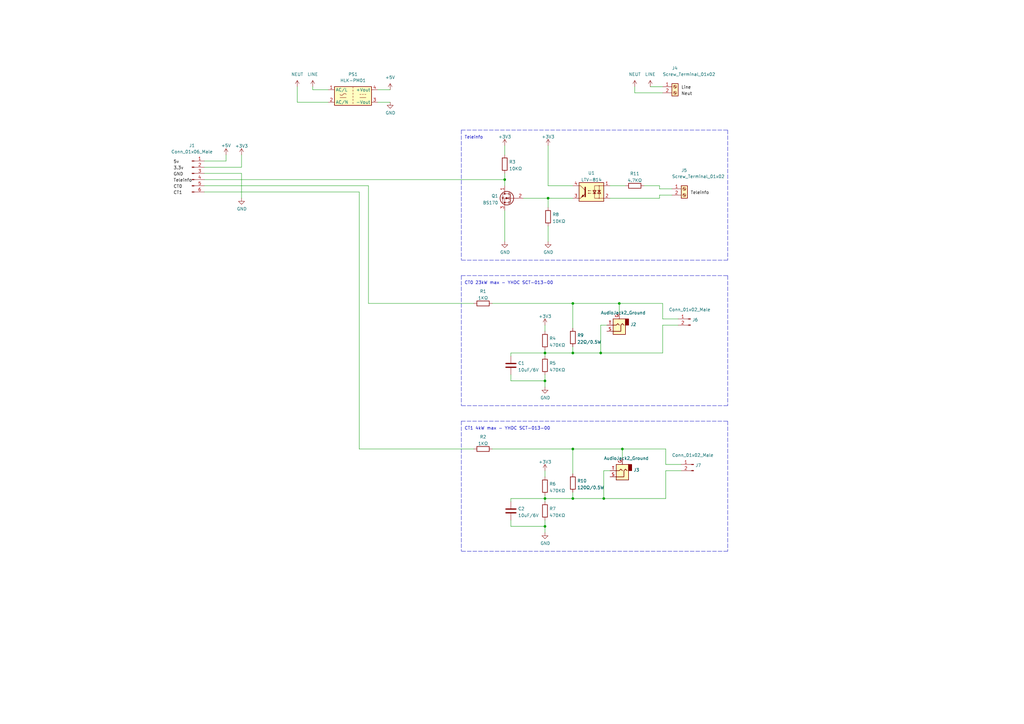
<source format=kicad_sch>
(kicad_sch (version 20211123) (generator eeschema)

  (uuid 9e00edb4-f0f4-46bc-a82d-075ebfd0d3ed)

  (paper "A3")

  (lib_symbols
    (symbol "Connector:AudioJack2_Ground" (in_bom yes) (on_board yes)
      (property "Reference" "J" (id 0) (at 0 8.89 0)
        (effects (font (size 1.27 1.27)))
      )
      (property "Value" "AudioJack2_Ground" (id 1) (at 0 6.35 0)
        (effects (font (size 1.27 1.27)))
      )
      (property "Footprint" "" (id 2) (at 0 0 0)
        (effects (font (size 1.27 1.27)) hide)
      )
      (property "Datasheet" "~" (id 3) (at 0 0 0)
        (effects (font (size 1.27 1.27)) hide)
      )
      (property "ki_keywords" "audio jack receptacle mono phone headphone TS connector" (id 4) (at 0 0 0)
        (effects (font (size 1.27 1.27)) hide)
      )
      (property "ki_description" "Audio Jack, 2 Poles (Mono / TS), Grounded Sleeve" (id 5) (at 0 0 0)
        (effects (font (size 1.27 1.27)) hide)
      )
      (property "ki_fp_filters" "Jack*" (id 6) (at 0 0 0)
        (effects (font (size 1.27 1.27)) hide)
      )
      (symbol "AudioJack2_Ground_0_1"
        (rectangle (start -2.54 -2.54) (end -3.81 0)
          (stroke (width 0.254) (type default) (color 0 0 0 0))
          (fill (type outline))
        )
        (polyline
          (pts
            (xy 0 0)
            (xy 0.635 -0.635)
            (xy 1.27 0)
            (xy 2.54 0)
          )
          (stroke (width 0.254) (type default) (color 0 0 0 0))
          (fill (type none))
        )
        (polyline
          (pts
            (xy 2.54 2.54)
            (xy -0.635 2.54)
            (xy -0.635 0)
            (xy -1.27 -0.635)
            (xy -1.905 0)
          )
          (stroke (width 0.254) (type default) (color 0 0 0 0))
          (fill (type none))
        )
        (rectangle (start 2.54 3.81) (end -2.54 -2.54)
          (stroke (width 0.254) (type default) (color 0 0 0 0))
          (fill (type background))
        )
      )
      (symbol "AudioJack2_Ground_1_1"
        (pin passive line (at 0 -5.08 90) (length 2.54)
          (name "~" (effects (font (size 1.27 1.27))))
          (number "G" (effects (font (size 1.27 1.27))))
        )
        (pin passive line (at 5.08 2.54 180) (length 2.54)
          (name "~" (effects (font (size 1.27 1.27))))
          (number "S" (effects (font (size 1.27 1.27))))
        )
        (pin passive line (at 5.08 0 180) (length 2.54)
          (name "~" (effects (font (size 1.27 1.27))))
          (number "T" (effects (font (size 1.27 1.27))))
        )
      )
    )
    (symbol "Connector:Conn_01x02_Male" (pin_names (offset 1.016) hide) (in_bom yes) (on_board yes)
      (property "Reference" "J" (id 0) (at 0 2.54 0)
        (effects (font (size 1.27 1.27)))
      )
      (property "Value" "Conn_01x02_Male" (id 1) (at 0 -5.08 0)
        (effects (font (size 1.27 1.27)))
      )
      (property "Footprint" "" (id 2) (at 0 0 0)
        (effects (font (size 1.27 1.27)) hide)
      )
      (property "Datasheet" "~" (id 3) (at 0 0 0)
        (effects (font (size 1.27 1.27)) hide)
      )
      (property "ki_keywords" "connector" (id 4) (at 0 0 0)
        (effects (font (size 1.27 1.27)) hide)
      )
      (property "ki_description" "Generic connector, single row, 01x02, script generated (kicad-library-utils/schlib/autogen/connector/)" (id 5) (at 0 0 0)
        (effects (font (size 1.27 1.27)) hide)
      )
      (property "ki_fp_filters" "Connector*:*_1x??_*" (id 6) (at 0 0 0)
        (effects (font (size 1.27 1.27)) hide)
      )
      (symbol "Conn_01x02_Male_1_1"
        (polyline
          (pts
            (xy 1.27 -2.54)
            (xy 0.8636 -2.54)
          )
          (stroke (width 0.1524) (type default) (color 0 0 0 0))
          (fill (type none))
        )
        (polyline
          (pts
            (xy 1.27 0)
            (xy 0.8636 0)
          )
          (stroke (width 0.1524) (type default) (color 0 0 0 0))
          (fill (type none))
        )
        (rectangle (start 0.8636 -2.413) (end 0 -2.667)
          (stroke (width 0.1524) (type default) (color 0 0 0 0))
          (fill (type outline))
        )
        (rectangle (start 0.8636 0.127) (end 0 -0.127)
          (stroke (width 0.1524) (type default) (color 0 0 0 0))
          (fill (type outline))
        )
        (pin passive line (at 5.08 0 180) (length 3.81)
          (name "Pin_1" (effects (font (size 1.27 1.27))))
          (number "1" (effects (font (size 1.27 1.27))))
        )
        (pin passive line (at 5.08 -2.54 180) (length 3.81)
          (name "Pin_2" (effects (font (size 1.27 1.27))))
          (number "2" (effects (font (size 1.27 1.27))))
        )
      )
    )
    (symbol "Connector:Conn_01x06_Male" (pin_names (offset 1.016) hide) (in_bom yes) (on_board yes)
      (property "Reference" "J" (id 0) (at 0 7.62 0)
        (effects (font (size 1.27 1.27)))
      )
      (property "Value" "Conn_01x06_Male" (id 1) (at 0 -10.16 0)
        (effects (font (size 1.27 1.27)))
      )
      (property "Footprint" "" (id 2) (at 0 0 0)
        (effects (font (size 1.27 1.27)) hide)
      )
      (property "Datasheet" "~" (id 3) (at 0 0 0)
        (effects (font (size 1.27 1.27)) hide)
      )
      (property "ki_keywords" "connector" (id 4) (at 0 0 0)
        (effects (font (size 1.27 1.27)) hide)
      )
      (property "ki_description" "Generic connector, single row, 01x06, script generated (kicad-library-utils/schlib/autogen/connector/)" (id 5) (at 0 0 0)
        (effects (font (size 1.27 1.27)) hide)
      )
      (property "ki_fp_filters" "Connector*:*_1x??_*" (id 6) (at 0 0 0)
        (effects (font (size 1.27 1.27)) hide)
      )
      (symbol "Conn_01x06_Male_1_1"
        (polyline
          (pts
            (xy 1.27 -7.62)
            (xy 0.8636 -7.62)
          )
          (stroke (width 0.1524) (type default) (color 0 0 0 0))
          (fill (type none))
        )
        (polyline
          (pts
            (xy 1.27 -5.08)
            (xy 0.8636 -5.08)
          )
          (stroke (width 0.1524) (type default) (color 0 0 0 0))
          (fill (type none))
        )
        (polyline
          (pts
            (xy 1.27 -2.54)
            (xy 0.8636 -2.54)
          )
          (stroke (width 0.1524) (type default) (color 0 0 0 0))
          (fill (type none))
        )
        (polyline
          (pts
            (xy 1.27 0)
            (xy 0.8636 0)
          )
          (stroke (width 0.1524) (type default) (color 0 0 0 0))
          (fill (type none))
        )
        (polyline
          (pts
            (xy 1.27 2.54)
            (xy 0.8636 2.54)
          )
          (stroke (width 0.1524) (type default) (color 0 0 0 0))
          (fill (type none))
        )
        (polyline
          (pts
            (xy 1.27 5.08)
            (xy 0.8636 5.08)
          )
          (stroke (width 0.1524) (type default) (color 0 0 0 0))
          (fill (type none))
        )
        (rectangle (start 0.8636 -7.493) (end 0 -7.747)
          (stroke (width 0.1524) (type default) (color 0 0 0 0))
          (fill (type outline))
        )
        (rectangle (start 0.8636 -4.953) (end 0 -5.207)
          (stroke (width 0.1524) (type default) (color 0 0 0 0))
          (fill (type outline))
        )
        (rectangle (start 0.8636 -2.413) (end 0 -2.667)
          (stroke (width 0.1524) (type default) (color 0 0 0 0))
          (fill (type outline))
        )
        (rectangle (start 0.8636 0.127) (end 0 -0.127)
          (stroke (width 0.1524) (type default) (color 0 0 0 0))
          (fill (type outline))
        )
        (rectangle (start 0.8636 2.667) (end 0 2.413)
          (stroke (width 0.1524) (type default) (color 0 0 0 0))
          (fill (type outline))
        )
        (rectangle (start 0.8636 5.207) (end 0 4.953)
          (stroke (width 0.1524) (type default) (color 0 0 0 0))
          (fill (type outline))
        )
        (pin passive line (at 5.08 5.08 180) (length 3.81)
          (name "Pin_1" (effects (font (size 1.27 1.27))))
          (number "1" (effects (font (size 1.27 1.27))))
        )
        (pin passive line (at 5.08 2.54 180) (length 3.81)
          (name "Pin_2" (effects (font (size 1.27 1.27))))
          (number "2" (effects (font (size 1.27 1.27))))
        )
        (pin passive line (at 5.08 0 180) (length 3.81)
          (name "Pin_3" (effects (font (size 1.27 1.27))))
          (number "3" (effects (font (size 1.27 1.27))))
        )
        (pin passive line (at 5.08 -2.54 180) (length 3.81)
          (name "Pin_4" (effects (font (size 1.27 1.27))))
          (number "4" (effects (font (size 1.27 1.27))))
        )
        (pin passive line (at 5.08 -5.08 180) (length 3.81)
          (name "Pin_5" (effects (font (size 1.27 1.27))))
          (number "5" (effects (font (size 1.27 1.27))))
        )
        (pin passive line (at 5.08 -7.62 180) (length 3.81)
          (name "Pin_6" (effects (font (size 1.27 1.27))))
          (number "6" (effects (font (size 1.27 1.27))))
        )
      )
    )
    (symbol "Connector:Screw_Terminal_01x02" (pin_names (offset 1.016) hide) (in_bom yes) (on_board yes)
      (property "Reference" "J" (id 0) (at 0 2.54 0)
        (effects (font (size 1.27 1.27)))
      )
      (property "Value" "Screw_Terminal_01x02" (id 1) (at 0 -5.08 0)
        (effects (font (size 1.27 1.27)))
      )
      (property "Footprint" "" (id 2) (at 0 0 0)
        (effects (font (size 1.27 1.27)) hide)
      )
      (property "Datasheet" "~" (id 3) (at 0 0 0)
        (effects (font (size 1.27 1.27)) hide)
      )
      (property "ki_keywords" "screw terminal" (id 4) (at 0 0 0)
        (effects (font (size 1.27 1.27)) hide)
      )
      (property "ki_description" "Generic screw terminal, single row, 01x02, script generated (kicad-library-utils/schlib/autogen/connector/)" (id 5) (at 0 0 0)
        (effects (font (size 1.27 1.27)) hide)
      )
      (property "ki_fp_filters" "TerminalBlock*:*" (id 6) (at 0 0 0)
        (effects (font (size 1.27 1.27)) hide)
      )
      (symbol "Screw_Terminal_01x02_1_1"
        (rectangle (start -1.27 1.27) (end 1.27 -3.81)
          (stroke (width 0.254) (type default) (color 0 0 0 0))
          (fill (type background))
        )
        (circle (center 0 -2.54) (radius 0.635)
          (stroke (width 0.1524) (type default) (color 0 0 0 0))
          (fill (type none))
        )
        (polyline
          (pts
            (xy -0.5334 -2.2098)
            (xy 0.3302 -3.048)
          )
          (stroke (width 0.1524) (type default) (color 0 0 0 0))
          (fill (type none))
        )
        (polyline
          (pts
            (xy -0.5334 0.3302)
            (xy 0.3302 -0.508)
          )
          (stroke (width 0.1524) (type default) (color 0 0 0 0))
          (fill (type none))
        )
        (polyline
          (pts
            (xy -0.3556 -2.032)
            (xy 0.508 -2.8702)
          )
          (stroke (width 0.1524) (type default) (color 0 0 0 0))
          (fill (type none))
        )
        (polyline
          (pts
            (xy -0.3556 0.508)
            (xy 0.508 -0.3302)
          )
          (stroke (width 0.1524) (type default) (color 0 0 0 0))
          (fill (type none))
        )
        (circle (center 0 0) (radius 0.635)
          (stroke (width 0.1524) (type default) (color 0 0 0 0))
          (fill (type none))
        )
        (pin passive line (at -5.08 0 0) (length 3.81)
          (name "Pin_1" (effects (font (size 1.27 1.27))))
          (number "1" (effects (font (size 1.27 1.27))))
        )
        (pin passive line (at -5.08 -2.54 0) (length 3.81)
          (name "Pin_2" (effects (font (size 1.27 1.27))))
          (number "2" (effects (font (size 1.27 1.27))))
        )
      )
    )
    (symbol "Converter_ACDC:HLK-PM01" (in_bom yes) (on_board yes)
      (property "Reference" "PS" (id 0) (at 0 5.08 0)
        (effects (font (size 1.27 1.27)))
      )
      (property "Value" "HLK-PM01" (id 1) (at 0 -5.08 0)
        (effects (font (size 1.27 1.27)))
      )
      (property "Footprint" "Converter_ACDC:Converter_ACDC_HiLink_HLK-PMxx" (id 2) (at 0 -7.62 0)
        (effects (font (size 1.27 1.27)) hide)
      )
      (property "Datasheet" "http://www.hlktech.net/product_detail.php?ProId=54" (id 3) (at 10.16 -8.89 0)
        (effects (font (size 1.27 1.27)) hide)
      )
      (property "ki_keywords" "AC/DC module power supply" (id 4) (at 0 0 0)
        (effects (font (size 1.27 1.27)) hide)
      )
      (property "ki_description" "Compact AC/DC board mount power module 3W 5V" (id 5) (at 0 0 0)
        (effects (font (size 1.27 1.27)) hide)
      )
      (property "ki_fp_filters" "Converter*ACDC*HiLink*HLK?PM*" (id 6) (at 0 0 0)
        (effects (font (size 1.27 1.27)) hide)
      )
      (symbol "HLK-PM01_0_1"
        (rectangle (start -7.62 3.81) (end 7.62 -3.81)
          (stroke (width 0.254) (type default) (color 0 0 0 0))
          (fill (type background))
        )
        (arc (start -5.334 0.635) (mid -4.699 0.2495) (end -4.064 0.635)
          (stroke (width 0) (type default) (color 0 0 0 0))
          (fill (type none))
        )
        (arc (start -2.794 0.635) (mid -3.429 1.0072) (end -4.064 0.635)
          (stroke (width 0) (type default) (color 0 0 0 0))
          (fill (type none))
        )
        (polyline
          (pts
            (xy -5.334 -0.635)
            (xy -2.794 -0.635)
          )
          (stroke (width 0) (type default) (color 0 0 0 0))
          (fill (type none))
        )
        (polyline
          (pts
            (xy 0 -2.54)
            (xy 0 -3.175)
          )
          (stroke (width 0) (type default) (color 0 0 0 0))
          (fill (type none))
        )
        (polyline
          (pts
            (xy 0 -1.27)
            (xy 0 -1.905)
          )
          (stroke (width 0) (type default) (color 0 0 0 0))
          (fill (type none))
        )
        (polyline
          (pts
            (xy 0 0)
            (xy 0 -0.635)
          )
          (stroke (width 0) (type default) (color 0 0 0 0))
          (fill (type none))
        )
        (polyline
          (pts
            (xy 0 1.27)
            (xy 0 0.635)
          )
          (stroke (width 0) (type default) (color 0 0 0 0))
          (fill (type none))
        )
        (polyline
          (pts
            (xy 0 2.54)
            (xy 0 1.905)
          )
          (stroke (width 0) (type default) (color 0 0 0 0))
          (fill (type none))
        )
        (polyline
          (pts
            (xy 0 3.81)
            (xy 0 3.175)
          )
          (stroke (width 0) (type default) (color 0 0 0 0))
          (fill (type none))
        )
        (polyline
          (pts
            (xy 2.794 -0.635)
            (xy 5.334 -0.635)
          )
          (stroke (width 0) (type default) (color 0 0 0 0))
          (fill (type none))
        )
        (polyline
          (pts
            (xy 2.794 0.635)
            (xy 3.302 0.635)
          )
          (stroke (width 0) (type default) (color 0 0 0 0))
          (fill (type none))
        )
        (polyline
          (pts
            (xy 3.81 0.635)
            (xy 4.318 0.635)
          )
          (stroke (width 0) (type default) (color 0 0 0 0))
          (fill (type none))
        )
        (polyline
          (pts
            (xy 4.826 0.635)
            (xy 5.334 0.635)
          )
          (stroke (width 0) (type default) (color 0 0 0 0))
          (fill (type none))
        )
      )
      (symbol "HLK-PM01_1_1"
        (pin power_in line (at -10.16 2.54 0) (length 2.54)
          (name "AC/L" (effects (font (size 1.27 1.27))))
          (number "1" (effects (font (size 1.27 1.27))))
        )
        (pin power_in line (at -10.16 -2.54 0) (length 2.54)
          (name "AC/N" (effects (font (size 1.27 1.27))))
          (number "2" (effects (font (size 1.27 1.27))))
        )
        (pin power_out line (at 10.16 -2.54 180) (length 2.54)
          (name "-Vout" (effects (font (size 1.27 1.27))))
          (number "3" (effects (font (size 1.27 1.27))))
        )
        (pin power_out line (at 10.16 2.54 180) (length 2.54)
          (name "+Vout" (effects (font (size 1.27 1.27))))
          (number "4" (effects (font (size 1.27 1.27))))
        )
      )
    )
    (symbol "Device:C" (pin_numbers hide) (pin_names (offset 0.254)) (in_bom yes) (on_board yes)
      (property "Reference" "C" (id 0) (at 0.635 2.54 0)
        (effects (font (size 1.27 1.27)) (justify left))
      )
      (property "Value" "C" (id 1) (at 0.635 -2.54 0)
        (effects (font (size 1.27 1.27)) (justify left))
      )
      (property "Footprint" "" (id 2) (at 0.9652 -3.81 0)
        (effects (font (size 1.27 1.27)) hide)
      )
      (property "Datasheet" "~" (id 3) (at 0 0 0)
        (effects (font (size 1.27 1.27)) hide)
      )
      (property "ki_keywords" "cap capacitor" (id 4) (at 0 0 0)
        (effects (font (size 1.27 1.27)) hide)
      )
      (property "ki_description" "Unpolarized capacitor" (id 5) (at 0 0 0)
        (effects (font (size 1.27 1.27)) hide)
      )
      (property "ki_fp_filters" "C_*" (id 6) (at 0 0 0)
        (effects (font (size 1.27 1.27)) hide)
      )
      (symbol "C_0_1"
        (polyline
          (pts
            (xy -2.032 -0.762)
            (xy 2.032 -0.762)
          )
          (stroke (width 0.508) (type default) (color 0 0 0 0))
          (fill (type none))
        )
        (polyline
          (pts
            (xy -2.032 0.762)
            (xy 2.032 0.762)
          )
          (stroke (width 0.508) (type default) (color 0 0 0 0))
          (fill (type none))
        )
      )
      (symbol "C_1_1"
        (pin passive line (at 0 3.81 270) (length 2.794)
          (name "~" (effects (font (size 1.27 1.27))))
          (number "1" (effects (font (size 1.27 1.27))))
        )
        (pin passive line (at 0 -3.81 90) (length 2.794)
          (name "~" (effects (font (size 1.27 1.27))))
          (number "2" (effects (font (size 1.27 1.27))))
        )
      )
    )
    (symbol "Device:R" (pin_numbers hide) (pin_names (offset 0)) (in_bom yes) (on_board yes)
      (property "Reference" "R" (id 0) (at 2.032 0 90)
        (effects (font (size 1.27 1.27)))
      )
      (property "Value" "R" (id 1) (at 0 0 90)
        (effects (font (size 1.27 1.27)))
      )
      (property "Footprint" "" (id 2) (at -1.778 0 90)
        (effects (font (size 1.27 1.27)) hide)
      )
      (property "Datasheet" "~" (id 3) (at 0 0 0)
        (effects (font (size 1.27 1.27)) hide)
      )
      (property "ki_keywords" "R res resistor" (id 4) (at 0 0 0)
        (effects (font (size 1.27 1.27)) hide)
      )
      (property "ki_description" "Resistor" (id 5) (at 0 0 0)
        (effects (font (size 1.27 1.27)) hide)
      )
      (property "ki_fp_filters" "R_*" (id 6) (at 0 0 0)
        (effects (font (size 1.27 1.27)) hide)
      )
      (symbol "R_0_1"
        (rectangle (start -1.016 -2.54) (end 1.016 2.54)
          (stroke (width 0.254) (type default) (color 0 0 0 0))
          (fill (type none))
        )
      )
      (symbol "R_1_1"
        (pin passive line (at 0 3.81 270) (length 1.27)
          (name "~" (effects (font (size 1.27 1.27))))
          (number "1" (effects (font (size 1.27 1.27))))
        )
        (pin passive line (at 0 -3.81 90) (length 1.27)
          (name "~" (effects (font (size 1.27 1.27))))
          (number "2" (effects (font (size 1.27 1.27))))
        )
      )
    )
    (symbol "Isolator:LTV-814" (pin_names (offset 1.016)) (in_bom yes) (on_board yes)
      (property "Reference" "U" (id 0) (at -5.08 5.08 0)
        (effects (font (size 1.27 1.27)) (justify left))
      )
      (property "Value" "LTV-814" (id 1) (at 0 5.08 0)
        (effects (font (size 1.27 1.27)) (justify left))
      )
      (property "Footprint" "Package_DIP:DIP-4_W7.62mm" (id 2) (at -5.08 -5.08 0)
        (effects (font (size 1.27 1.27) italic) (justify left) hide)
      )
      (property "Datasheet" "https://optoelectronics.liteon.com/upload/download/DS-70-96-0013/LTV-8X4%20series%20201509.pdf" (id 3) (at 1.905 0 0)
        (effects (font (size 1.27 1.27)) (justify left) hide)
      )
      (property "ki_keywords" "NPN AC DC Optocoupler" (id 4) (at 0 0 0)
        (effects (font (size 1.27 1.27)) hide)
      )
      (property "ki_description" "AC/DC Optocoupler, Vce 35V, CTR 20%, DIP4" (id 5) (at 0 0 0)
        (effects (font (size 1.27 1.27)) hide)
      )
      (property "ki_fp_filters" "DIP*W7.62mm*" (id 6) (at 0 0 0)
        (effects (font (size 1.27 1.27)) hide)
      )
      (symbol "LTV-814_0_1"
        (rectangle (start -5.08 3.81) (end 5.08 -3.81)
          (stroke (width 0.254) (type default) (color 0 0 0 0))
          (fill (type background))
        )
        (circle (center -3.175 -2.54) (radius 0.127)
          (stroke (width 0) (type default) (color 0 0 0 0))
          (fill (type none))
        )
        (circle (center -3.175 2.54) (radius 0.127)
          (stroke (width 0) (type default) (color 0 0 0 0))
          (fill (type none))
        )
        (polyline
          (pts
            (xy -3.175 2.54)
            (xy -3.175 -2.54)
          )
          (stroke (width 0) (type default) (color 0 0 0 0))
          (fill (type none))
        )
        (polyline
          (pts
            (xy -1.905 -0.635)
            (xy -0.635 -0.635)
          )
          (stroke (width 0.254) (type default) (color 0 0 0 0))
          (fill (type none))
        )
        (polyline
          (pts
            (xy 2.54 0.635)
            (xy 4.445 2.54)
          )
          (stroke (width 0) (type default) (color 0 0 0 0))
          (fill (type none))
        )
        (polyline
          (pts
            (xy 4.445 -2.54)
            (xy 2.54 -0.635)
          )
          (stroke (width 0) (type default) (color 0 0 0 0))
          (fill (type outline))
        )
        (polyline
          (pts
            (xy 4.445 -2.54)
            (xy 5.08 -2.54)
          )
          (stroke (width 0) (type default) (color 0 0 0 0))
          (fill (type none))
        )
        (polyline
          (pts
            (xy 4.445 2.54)
            (xy 5.08 2.54)
          )
          (stroke (width 0) (type default) (color 0 0 0 0))
          (fill (type none))
        )
        (polyline
          (pts
            (xy -5.08 2.54)
            (xy -1.27 2.54)
            (xy -1.27 -0.762)
          )
          (stroke (width 0) (type default) (color 0 0 0 0))
          (fill (type none))
        )
        (polyline
          (pts
            (xy -1.27 -0.635)
            (xy -1.27 -2.54)
            (xy -5.08 -2.54)
          )
          (stroke (width 0) (type default) (color 0 0 0 0))
          (fill (type none))
        )
        (polyline
          (pts
            (xy 2.54 1.905)
            (xy 2.54 -1.905)
            (xy 2.54 -1.905)
          )
          (stroke (width 0.508) (type default) (color 0 0 0 0))
          (fill (type none))
        )
        (polyline
          (pts
            (xy -1.27 -0.635)
            (xy -1.905 0.635)
            (xy -0.635 0.635)
            (xy -1.27 -0.635)
          )
          (stroke (width 0.254) (type default) (color 0 0 0 0))
          (fill (type none))
        )
        (polyline
          (pts
            (xy 0.127 -0.508)
            (xy 1.397 -0.508)
            (xy 1.016 -0.635)
            (xy 1.016 -0.381)
            (xy 1.397 -0.508)
          )
          (stroke (width 0) (type default) (color 0 0 0 0))
          (fill (type none))
        )
        (polyline
          (pts
            (xy 0.127 0.508)
            (xy 1.397 0.508)
            (xy 1.016 0.381)
            (xy 1.016 0.635)
            (xy 1.397 0.508)
          )
          (stroke (width 0) (type default) (color 0 0 0 0))
          (fill (type none))
        )
        (polyline
          (pts
            (xy 3.048 -1.651)
            (xy 3.556 -1.143)
            (xy 4.064 -2.159)
            (xy 3.048 -1.651)
            (xy 3.048 -1.651)
          )
          (stroke (width 0) (type default) (color 0 0 0 0))
          (fill (type outline))
        )
      )
      (symbol "LTV-814_1_1"
        (polyline
          (pts
            (xy -3.81 0.635)
            (xy -2.54 0.635)
          )
          (stroke (width 0.254) (type default) (color 0 0 0 0))
          (fill (type none))
        )
        (polyline
          (pts
            (xy -3.175 0.635)
            (xy -3.81 -0.635)
            (xy -2.54 -0.635)
            (xy -3.175 0.635)
          )
          (stroke (width 0.254) (type default) (color 0 0 0 0))
          (fill (type none))
        )
        (pin passive line (at -7.62 2.54 0) (length 2.54)
          (name "~" (effects (font (size 1.27 1.27))))
          (number "1" (effects (font (size 1.27 1.27))))
        )
        (pin passive line (at -7.62 -2.54 0) (length 2.54)
          (name "~" (effects (font (size 1.27 1.27))))
          (number "2" (effects (font (size 1.27 1.27))))
        )
        (pin passive line (at 7.62 -2.54 180) (length 2.54)
          (name "~" (effects (font (size 1.27 1.27))))
          (number "3" (effects (font (size 1.27 1.27))))
        )
        (pin passive line (at 7.62 2.54 180) (length 2.54)
          (name "~" (effects (font (size 1.27 1.27))))
          (number "4" (effects (font (size 1.27 1.27))))
        )
      )
    )
    (symbol "Transistor_FET:BS170" (pin_names hide) (in_bom yes) (on_board yes)
      (property "Reference" "Q" (id 0) (at 5.08 1.905 0)
        (effects (font (size 1.27 1.27)) (justify left))
      )
      (property "Value" "BS170" (id 1) (at 5.08 0 0)
        (effects (font (size 1.27 1.27)) (justify left))
      )
      (property "Footprint" "Package_TO_SOT_THT:TO-92_Inline" (id 2) (at 5.08 -1.905 0)
        (effects (font (size 1.27 1.27) italic) (justify left) hide)
      )
      (property "Datasheet" "https://www.onsemi.com/pub/Collateral/BS170-D.PDF" (id 3) (at 0 0 0)
        (effects (font (size 1.27 1.27)) (justify left) hide)
      )
      (property "ki_keywords" "N-Channel MOSFET" (id 4) (at 0 0 0)
        (effects (font (size 1.27 1.27)) hide)
      )
      (property "ki_description" "0.5A Id, 60V Vds, N-Channel MOSFET, TO-92" (id 5) (at 0 0 0)
        (effects (font (size 1.27 1.27)) hide)
      )
      (property "ki_fp_filters" "TO?92*" (id 6) (at 0 0 0)
        (effects (font (size 1.27 1.27)) hide)
      )
      (symbol "BS170_0_1"
        (polyline
          (pts
            (xy 0.254 0)
            (xy -2.54 0)
          )
          (stroke (width 0) (type default) (color 0 0 0 0))
          (fill (type none))
        )
        (polyline
          (pts
            (xy 0.254 1.905)
            (xy 0.254 -1.905)
          )
          (stroke (width 0.254) (type default) (color 0 0 0 0))
          (fill (type none))
        )
        (polyline
          (pts
            (xy 0.762 -1.27)
            (xy 0.762 -2.286)
          )
          (stroke (width 0.254) (type default) (color 0 0 0 0))
          (fill (type none))
        )
        (polyline
          (pts
            (xy 0.762 0.508)
            (xy 0.762 -0.508)
          )
          (stroke (width 0.254) (type default) (color 0 0 0 0))
          (fill (type none))
        )
        (polyline
          (pts
            (xy 0.762 2.286)
            (xy 0.762 1.27)
          )
          (stroke (width 0.254) (type default) (color 0 0 0 0))
          (fill (type none))
        )
        (polyline
          (pts
            (xy 2.54 2.54)
            (xy 2.54 1.778)
          )
          (stroke (width 0) (type default) (color 0 0 0 0))
          (fill (type none))
        )
        (polyline
          (pts
            (xy 2.54 -2.54)
            (xy 2.54 0)
            (xy 0.762 0)
          )
          (stroke (width 0) (type default) (color 0 0 0 0))
          (fill (type none))
        )
        (polyline
          (pts
            (xy 0.762 -1.778)
            (xy 3.302 -1.778)
            (xy 3.302 1.778)
            (xy 0.762 1.778)
          )
          (stroke (width 0) (type default) (color 0 0 0 0))
          (fill (type none))
        )
        (polyline
          (pts
            (xy 1.016 0)
            (xy 2.032 0.381)
            (xy 2.032 -0.381)
            (xy 1.016 0)
          )
          (stroke (width 0) (type default) (color 0 0 0 0))
          (fill (type outline))
        )
        (polyline
          (pts
            (xy 2.794 0.508)
            (xy 2.921 0.381)
            (xy 3.683 0.381)
            (xy 3.81 0.254)
          )
          (stroke (width 0) (type default) (color 0 0 0 0))
          (fill (type none))
        )
        (polyline
          (pts
            (xy 3.302 0.381)
            (xy 2.921 -0.254)
            (xy 3.683 -0.254)
            (xy 3.302 0.381)
          )
          (stroke (width 0) (type default) (color 0 0 0 0))
          (fill (type none))
        )
        (circle (center 1.651 0) (radius 2.794)
          (stroke (width 0.254) (type default) (color 0 0 0 0))
          (fill (type none))
        )
        (circle (center 2.54 -1.778) (radius 0.254)
          (stroke (width 0) (type default) (color 0 0 0 0))
          (fill (type outline))
        )
        (circle (center 2.54 1.778) (radius 0.254)
          (stroke (width 0) (type default) (color 0 0 0 0))
          (fill (type outline))
        )
      )
      (symbol "BS170_1_1"
        (pin passive line (at 2.54 5.08 270) (length 2.54)
          (name "D" (effects (font (size 1.27 1.27))))
          (number "1" (effects (font (size 1.27 1.27))))
        )
        (pin input line (at -5.08 0 0) (length 2.54)
          (name "G" (effects (font (size 1.27 1.27))))
          (number "2" (effects (font (size 1.27 1.27))))
        )
        (pin passive line (at 2.54 -5.08 90) (length 2.54)
          (name "S" (effects (font (size 1.27 1.27))))
          (number "3" (effects (font (size 1.27 1.27))))
        )
      )
    )
    (symbol "power:+3V3" (power) (pin_names (offset 0)) (in_bom yes) (on_board yes)
      (property "Reference" "#PWR" (id 0) (at 0 -3.81 0)
        (effects (font (size 1.27 1.27)) hide)
      )
      (property "Value" "+3V3" (id 1) (at 0 3.556 0)
        (effects (font (size 1.27 1.27)))
      )
      (property "Footprint" "" (id 2) (at 0 0 0)
        (effects (font (size 1.27 1.27)) hide)
      )
      (property "Datasheet" "" (id 3) (at 0 0 0)
        (effects (font (size 1.27 1.27)) hide)
      )
      (property "ki_keywords" "power-flag" (id 4) (at 0 0 0)
        (effects (font (size 1.27 1.27)) hide)
      )
      (property "ki_description" "Power symbol creates a global label with name \"+3V3\"" (id 5) (at 0 0 0)
        (effects (font (size 1.27 1.27)) hide)
      )
      (symbol "+3V3_0_1"
        (polyline
          (pts
            (xy -0.762 1.27)
            (xy 0 2.54)
          )
          (stroke (width 0) (type default) (color 0 0 0 0))
          (fill (type none))
        )
        (polyline
          (pts
            (xy 0 0)
            (xy 0 2.54)
          )
          (stroke (width 0) (type default) (color 0 0 0 0))
          (fill (type none))
        )
        (polyline
          (pts
            (xy 0 2.54)
            (xy 0.762 1.27)
          )
          (stroke (width 0) (type default) (color 0 0 0 0))
          (fill (type none))
        )
      )
      (symbol "+3V3_1_1"
        (pin power_in line (at 0 0 90) (length 0) hide
          (name "+3V3" (effects (font (size 1.27 1.27))))
          (number "1" (effects (font (size 1.27 1.27))))
        )
      )
    )
    (symbol "power:+5V" (power) (pin_names (offset 0)) (in_bom yes) (on_board yes)
      (property "Reference" "#PWR" (id 0) (at 0 -3.81 0)
        (effects (font (size 1.27 1.27)) hide)
      )
      (property "Value" "+5V" (id 1) (at 0 3.556 0)
        (effects (font (size 1.27 1.27)))
      )
      (property "Footprint" "" (id 2) (at 0 0 0)
        (effects (font (size 1.27 1.27)) hide)
      )
      (property "Datasheet" "" (id 3) (at 0 0 0)
        (effects (font (size 1.27 1.27)) hide)
      )
      (property "ki_keywords" "power-flag" (id 4) (at 0 0 0)
        (effects (font (size 1.27 1.27)) hide)
      )
      (property "ki_description" "Power symbol creates a global label with name \"+5V\"" (id 5) (at 0 0 0)
        (effects (font (size 1.27 1.27)) hide)
      )
      (symbol "+5V_0_1"
        (polyline
          (pts
            (xy -0.762 1.27)
            (xy 0 2.54)
          )
          (stroke (width 0) (type default) (color 0 0 0 0))
          (fill (type none))
        )
        (polyline
          (pts
            (xy 0 0)
            (xy 0 2.54)
          )
          (stroke (width 0) (type default) (color 0 0 0 0))
          (fill (type none))
        )
        (polyline
          (pts
            (xy 0 2.54)
            (xy 0.762 1.27)
          )
          (stroke (width 0) (type default) (color 0 0 0 0))
          (fill (type none))
        )
      )
      (symbol "+5V_1_1"
        (pin power_in line (at 0 0 90) (length 0) hide
          (name "+5V" (effects (font (size 1.27 1.27))))
          (number "1" (effects (font (size 1.27 1.27))))
        )
      )
    )
    (symbol "power:GND" (power) (pin_names (offset 0)) (in_bom yes) (on_board yes)
      (property "Reference" "#PWR" (id 0) (at 0 -6.35 0)
        (effects (font (size 1.27 1.27)) hide)
      )
      (property "Value" "GND" (id 1) (at 0 -3.81 0)
        (effects (font (size 1.27 1.27)))
      )
      (property "Footprint" "" (id 2) (at 0 0 0)
        (effects (font (size 1.27 1.27)) hide)
      )
      (property "Datasheet" "" (id 3) (at 0 0 0)
        (effects (font (size 1.27 1.27)) hide)
      )
      (property "ki_keywords" "power-flag" (id 4) (at 0 0 0)
        (effects (font (size 1.27 1.27)) hide)
      )
      (property "ki_description" "Power symbol creates a global label with name \"GND\" , ground" (id 5) (at 0 0 0)
        (effects (font (size 1.27 1.27)) hide)
      )
      (symbol "GND_0_1"
        (polyline
          (pts
            (xy 0 0)
            (xy 0 -1.27)
            (xy 1.27 -1.27)
            (xy 0 -2.54)
            (xy -1.27 -1.27)
            (xy 0 -1.27)
          )
          (stroke (width 0) (type default) (color 0 0 0 0))
          (fill (type none))
        )
      )
      (symbol "GND_1_1"
        (pin power_in line (at 0 0 270) (length 0) hide
          (name "GND" (effects (font (size 1.27 1.27))))
          (number "1" (effects (font (size 1.27 1.27))))
        )
      )
    )
    (symbol "power:LINE" (power) (pin_names (offset 0)) (in_bom yes) (on_board yes)
      (property "Reference" "#PWR" (id 0) (at 0 -3.81 0)
        (effects (font (size 1.27 1.27)) hide)
      )
      (property "Value" "LINE" (id 1) (at 0 3.81 0)
        (effects (font (size 1.27 1.27)))
      )
      (property "Footprint" "" (id 2) (at 0 0 0)
        (effects (font (size 1.27 1.27)) hide)
      )
      (property "Datasheet" "" (id 3) (at 0 0 0)
        (effects (font (size 1.27 1.27)) hide)
      )
      (property "ki_keywords" "power-flag" (id 4) (at 0 0 0)
        (effects (font (size 1.27 1.27)) hide)
      )
      (property "ki_description" "Power symbol creates a global label with name \"LINE\"" (id 5) (at 0 0 0)
        (effects (font (size 1.27 1.27)) hide)
      )
      (symbol "LINE_0_1"
        (polyline
          (pts
            (xy -0.762 1.27)
            (xy 0 2.54)
          )
          (stroke (width 0) (type default) (color 0 0 0 0))
          (fill (type none))
        )
        (polyline
          (pts
            (xy 0 0)
            (xy 0 2.54)
          )
          (stroke (width 0) (type default) (color 0 0 0 0))
          (fill (type none))
        )
        (polyline
          (pts
            (xy 0 2.54)
            (xy 0.762 1.27)
          )
          (stroke (width 0) (type default) (color 0 0 0 0))
          (fill (type none))
        )
      )
      (symbol "LINE_1_1"
        (pin power_in line (at 0 0 90) (length 0) hide
          (name "LINE" (effects (font (size 1.27 1.27))))
          (number "1" (effects (font (size 1.27 1.27))))
        )
      )
    )
    (symbol "power:NEUT" (power) (pin_names (offset 0)) (in_bom yes) (on_board yes)
      (property "Reference" "#PWR" (id 0) (at 0 -3.81 0)
        (effects (font (size 1.27 1.27)) hide)
      )
      (property "Value" "NEUT" (id 1) (at 0 3.81 0)
        (effects (font (size 1.27 1.27)))
      )
      (property "Footprint" "" (id 2) (at 0 0 0)
        (effects (font (size 1.27 1.27)) hide)
      )
      (property "Datasheet" "" (id 3) (at 0 0 0)
        (effects (font (size 1.27 1.27)) hide)
      )
      (property "ki_keywords" "power-flag" (id 4) (at 0 0 0)
        (effects (font (size 1.27 1.27)) hide)
      )
      (property "ki_description" "Power symbol creates a global label with name \"NEUT\"" (id 5) (at 0 0 0)
        (effects (font (size 1.27 1.27)) hide)
      )
      (symbol "NEUT_0_1"
        (polyline
          (pts
            (xy -0.762 1.27)
            (xy 0 2.54)
          )
          (stroke (width 0) (type default) (color 0 0 0 0))
          (fill (type none))
        )
        (polyline
          (pts
            (xy 0 0)
            (xy 0 2.54)
          )
          (stroke (width 0) (type default) (color 0 0 0 0))
          (fill (type none))
        )
        (polyline
          (pts
            (xy 0 2.54)
            (xy 0.762 1.27)
          )
          (stroke (width 0) (type default) (color 0 0 0 0))
          (fill (type none))
        )
      )
      (symbol "NEUT_1_1"
        (pin power_in line (at 0 0 90) (length 0) hide
          (name "NEUT" (effects (font (size 1.27 1.27))))
          (number "1" (effects (font (size 1.27 1.27))))
        )
      )
    )
  )

  (junction (at 255.27 184.15) (diameter 0) (color 0 0 0 0)
    (uuid 0139d8d7-e5f7-4566-a189-2a0c55a8f3a8)
  )
  (junction (at 223.52 204.47) (diameter 0) (color 0 0 0 0)
    (uuid 082cc06a-13d2-440d-8f12-3f1dadabb1cf)
  )
  (junction (at 207.01 73.66) (diameter 0) (color 0 0 0 0)
    (uuid 13ddc507-df96-4c53-bdcc-41f50dfd1e1d)
  )
  (junction (at 247.65 204.47) (diameter 0) (color 0 0 0 0)
    (uuid 1eaf998a-a318-4bfc-bdea-499aed33b91f)
  )
  (junction (at 234.95 184.15) (diameter 0) (color 0 0 0 0)
    (uuid 260f73ba-599d-4dc7-af6b-a16486dbb0d2)
  )
  (junction (at 234.95 204.47) (diameter 0) (color 0 0 0 0)
    (uuid 3918e7b1-a85c-41e8-a1ea-fc5765a637cc)
  )
  (junction (at 223.52 215.9) (diameter 0) (color 0 0 0 0)
    (uuid 59684306-e24b-4f73-972e-50714e4527e8)
  )
  (junction (at 234.95 124.46) (diameter 0) (color 0 0 0 0)
    (uuid 60cf34d6-03cc-477e-9372-b3963d8cdfb8)
  )
  (junction (at 254 124.46) (diameter 0) (color 0 0 0 0)
    (uuid 6960d6eb-f6f1-4de9-87ff-576797f41c26)
  )
  (junction (at 223.52 144.78) (diameter 0) (color 0 0 0 0)
    (uuid 91292168-9975-4fbb-a51d-7cda62b300c6)
  )
  (junction (at 223.52 156.21) (diameter 0) (color 0 0 0 0)
    (uuid 9fa37b62-fd93-4f31-8b3d-543802235e50)
  )
  (junction (at 224.79 81.28) (diameter 0) (color 0 0 0 0)
    (uuid a73edb33-051f-49c9-8988-18a7b93b7eef)
  )
  (junction (at 234.95 144.78) (diameter 0) (color 0 0 0 0)
    (uuid b150a214-3ac1-42de-8f41-7cd711481a48)
  )
  (junction (at 246.38 144.78) (diameter 0) (color 0 0 0 0)
    (uuid ed390ca6-57e1-4d4b-a549-0fb765362845)
  )

  (wire (pts (xy 271.78 38.1) (xy 260.35 38.1))
    (stroke (width 0) (type default) (color 0 0 0 0))
    (uuid 02170618-ba54-42d2-bd77-c0cd151939a2)
  )
  (polyline (pts (xy 189.23 172.72) (xy 298.45 172.72))
    (stroke (width 0) (type default) (color 0 0 0 0))
    (uuid 0312d767-a5b1-45c2-9b16-bd9a379037cc)
  )

  (wire (pts (xy 207.01 86.36) (xy 207.01 99.06))
    (stroke (width 0) (type default) (color 0 0 0 0))
    (uuid 03a24617-13e6-4922-ab6c-5cb103d61f18)
  )
  (wire (pts (xy 255.27 184.15) (xy 273.05 184.15))
    (stroke (width 0) (type default) (color 0 0 0 0))
    (uuid 06d8bd70-59bd-4926-9ba0-6d7f7d3196e9)
  )
  (wire (pts (xy 271.78 144.78) (xy 246.38 144.78))
    (stroke (width 0) (type default) (color 0 0 0 0))
    (uuid 0840dff0-b6ba-4a1c-99fd-93e2558e8163)
  )
  (wire (pts (xy 99.06 71.12) (xy 99.06 81.28))
    (stroke (width 0) (type default) (color 0 0 0 0))
    (uuid 0c0258e3-3a61-494d-aaca-1346ae03ce6b)
  )
  (wire (pts (xy 223.52 144.78) (xy 223.52 146.05))
    (stroke (width 0) (type default) (color 0 0 0 0))
    (uuid 0db8fb2d-da7c-4fff-b03b-187859aeffb8)
  )
  (wire (pts (xy 201.93 184.15) (xy 234.95 184.15))
    (stroke (width 0) (type default) (color 0 0 0 0))
    (uuid 139b771d-3f1d-4961-8023-8a04be7303f3)
  )
  (wire (pts (xy 264.16 76.2) (xy 270.51 76.2))
    (stroke (width 0) (type default) (color 0 0 0 0))
    (uuid 16503fa5-5c72-4dea-917b-7c99553026d5)
  )
  (wire (pts (xy 207.01 59.69) (xy 207.01 63.5))
    (stroke (width 0) (type default) (color 0 0 0 0))
    (uuid 1863e710-95a3-4879-a6e2-bdbfae819493)
  )
  (wire (pts (xy 234.95 204.47) (xy 234.95 201.93))
    (stroke (width 0) (type default) (color 0 0 0 0))
    (uuid 18fb37d3-8cd2-429e-9ab5-e03820070ff8)
  )
  (wire (pts (xy 247.65 193.04) (xy 247.65 204.47))
    (stroke (width 0) (type default) (color 0 0 0 0))
    (uuid 1a54cabd-7d89-4bc3-8ab9-f09ac77f0e3d)
  )
  (wire (pts (xy 134.62 36.83) (xy 128.27 36.83))
    (stroke (width 0) (type default) (color 0 0 0 0))
    (uuid 1b0a626c-bbe9-4471-b2df-100e3abcc69c)
  )
  (wire (pts (xy 223.52 156.21) (xy 209.55 156.21))
    (stroke (width 0) (type default) (color 0 0 0 0))
    (uuid 1b97bae1-7014-4454-b077-18e28196f48f)
  )
  (wire (pts (xy 254 124.46) (xy 271.78 124.46))
    (stroke (width 0) (type default) (color 0 0 0 0))
    (uuid 2071d8b6-c4ef-4586-b13d-738c9496b95a)
  )
  (polyline (pts (xy 189.23 53.34) (xy 298.45 53.34))
    (stroke (width 0) (type default) (color 0 0 0 0))
    (uuid 27a9e0f6-5ab4-419a-b777-b52433fdb23d)
  )

  (wire (pts (xy 223.52 213.36) (xy 223.52 215.9))
    (stroke (width 0) (type default) (color 0 0 0 0))
    (uuid 2c4c6883-9699-4569-b514-c570bee3e9c2)
  )
  (wire (pts (xy 83.82 76.2) (xy 151.13 76.2))
    (stroke (width 0) (type default) (color 0 0 0 0))
    (uuid 3531cb72-846b-43d0-8159-e4c8c74dbd25)
  )
  (polyline (pts (xy 189.23 172.72) (xy 189.23 226.06))
    (stroke (width 0) (type default) (color 0 0 0 0))
    (uuid 382759fd-e6ef-41ed-9f08-1c52a1360561)
  )

  (wire (pts (xy 234.95 184.15) (xy 255.27 184.15))
    (stroke (width 0) (type default) (color 0 0 0 0))
    (uuid 3d0f7ea5-586a-4631-84b5-c5143f12bf84)
  )
  (polyline (pts (xy 298.45 226.06) (xy 189.23 226.06))
    (stroke (width 0) (type default) (color 0 0 0 0))
    (uuid 3db83edd-e9df-48ec-aafb-989fae30546d)
  )

  (wire (pts (xy 254 124.46) (xy 254 128.27))
    (stroke (width 0) (type default) (color 0 0 0 0))
    (uuid 3ff58c28-e5ee-4960-9a79-47d80ed3046b)
  )
  (wire (pts (xy 92.71 63.5) (xy 92.71 66.04))
    (stroke (width 0) (type default) (color 0 0 0 0))
    (uuid 420a7df3-78ab-4c55-8faf-d57034dd332e)
  )
  (wire (pts (xy 209.55 204.47) (xy 209.55 205.74))
    (stroke (width 0) (type default) (color 0 0 0 0))
    (uuid 4378cde0-e11b-41cd-b095-1cbd671b82d0)
  )
  (polyline (pts (xy 189.23 53.34) (xy 189.23 106.68))
    (stroke (width 0) (type default) (color 0 0 0 0))
    (uuid 448657e1-5742-4c1a-b4ef-403025254cf6)
  )

  (wire (pts (xy 209.55 153.67) (xy 209.55 156.21))
    (stroke (width 0) (type default) (color 0 0 0 0))
    (uuid 481b0ffa-255a-4a96-a1a1-acd9df7ea45c)
  )
  (wire (pts (xy 223.52 193.04) (xy 223.52 195.58))
    (stroke (width 0) (type default) (color 0 0 0 0))
    (uuid 487ec69b-fa97-4b97-8dc9-74f5f606fdb3)
  )
  (wire (pts (xy 234.95 144.78) (xy 246.38 144.78))
    (stroke (width 0) (type default) (color 0 0 0 0))
    (uuid 4b01c684-2965-449b-81cb-2f2af53fdb8b)
  )
  (wire (pts (xy 234.95 81.28) (xy 224.79 81.28))
    (stroke (width 0) (type default) (color 0 0 0 0))
    (uuid 4b8d9034-6971-4818-8d6b-62278904d05c)
  )
  (wire (pts (xy 273.05 193.04) (xy 273.05 204.47))
    (stroke (width 0) (type default) (color 0 0 0 0))
    (uuid 4f279cab-2e7d-4401-82b4-f8f9ac5c061f)
  )
  (wire (pts (xy 223.52 133.35) (xy 223.52 135.89))
    (stroke (width 0) (type default) (color 0 0 0 0))
    (uuid 514b9ef7-dc13-4f2b-8576-5b1f142483e9)
  )
  (wire (pts (xy 207.01 73.66) (xy 207.01 76.2))
    (stroke (width 0) (type default) (color 0 0 0 0))
    (uuid 51e91ff0-2145-407d-82f8-759c165e0a29)
  )
  (wire (pts (xy 154.94 41.91) (xy 160.02 41.91))
    (stroke (width 0) (type default) (color 0 0 0 0))
    (uuid 52520f22-1121-4b65-9754-c7b44c54c66c)
  )
  (wire (pts (xy 234.95 144.78) (xy 234.95 142.24))
    (stroke (width 0) (type default) (color 0 0 0 0))
    (uuid 5487c1a6-90a2-42ba-9c4c-03a3c9a00cdf)
  )
  (polyline (pts (xy 189.23 113.03) (xy 298.45 113.03))
    (stroke (width 0) (type default) (color 0 0 0 0))
    (uuid 571ce78c-59f5-4374-b050-74d950333290)
  )

  (wire (pts (xy 270.51 77.47) (xy 275.59 77.47))
    (stroke (width 0) (type default) (color 0 0 0 0))
    (uuid 5984945c-3784-4870-9e3f-2eb138cd61ca)
  )
  (wire (pts (xy 214.63 81.28) (xy 224.79 81.28))
    (stroke (width 0) (type default) (color 0 0 0 0))
    (uuid 598ed536-6fe0-49a1-9a35-6ced55f979ae)
  )
  (wire (pts (xy 121.92 41.91) (xy 121.92 35.56))
    (stroke (width 0) (type default) (color 0 0 0 0))
    (uuid 5f3957b6-207b-4dff-9137-9d540f12f08c)
  )
  (wire (pts (xy 224.79 92.71) (xy 224.79 99.06))
    (stroke (width 0) (type default) (color 0 0 0 0))
    (uuid 6446dd04-a4d7-41ab-b891-d19c15f57104)
  )
  (wire (pts (xy 273.05 190.5) (xy 273.05 184.15))
    (stroke (width 0) (type default) (color 0 0 0 0))
    (uuid 65d101d8-6104-4b29-8f50-27bfaf20b4cb)
  )
  (wire (pts (xy 279.4 193.04) (xy 273.05 193.04))
    (stroke (width 0) (type default) (color 0 0 0 0))
    (uuid 6e7b5b76-2388-49e8-882a-44b7edb3e89c)
  )
  (wire (pts (xy 250.19 81.28) (xy 270.51 81.28))
    (stroke (width 0) (type default) (color 0 0 0 0))
    (uuid 6feee2e7-86c8-4000-b728-714a23750608)
  )
  (wire (pts (xy 223.52 215.9) (xy 209.55 215.9))
    (stroke (width 0) (type default) (color 0 0 0 0))
    (uuid 70c3c008-742a-4153-b52a-d818b5ef79be)
  )
  (wire (pts (xy 223.52 215.9) (xy 223.52 218.44))
    (stroke (width 0) (type default) (color 0 0 0 0))
    (uuid 751ce35a-1e00-44a9-9d80-90dfb59954ee)
  )
  (wire (pts (xy 223.52 156.21) (xy 223.52 158.75))
    (stroke (width 0) (type default) (color 0 0 0 0))
    (uuid 75919f40-d290-4d2d-8a53-da0d1ca93203)
  )
  (wire (pts (xy 223.52 203.2) (xy 223.52 204.47))
    (stroke (width 0) (type default) (color 0 0 0 0))
    (uuid 7d3c80eb-22d7-4ea6-af16-57c9e9cde69e)
  )
  (wire (pts (xy 273.05 204.47) (xy 247.65 204.47))
    (stroke (width 0) (type default) (color 0 0 0 0))
    (uuid 818404b6-6ff2-4306-8a64-869fa824d4f2)
  )
  (wire (pts (xy 207.01 71.12) (xy 207.01 73.66))
    (stroke (width 0) (type default) (color 0 0 0 0))
    (uuid 819b7e8d-2baa-4a69-ba1b-72e4aa9c2dcd)
  )
  (wire (pts (xy 266.7 35.56) (xy 271.78 35.56))
    (stroke (width 0) (type default) (color 0 0 0 0))
    (uuid 8226a8c7-033e-48e3-a0bf-b29cb7fb60c1)
  )
  (wire (pts (xy 151.13 76.2) (xy 151.13 124.46))
    (stroke (width 0) (type default) (color 0 0 0 0))
    (uuid 8317a7e5-4053-4008-9e36-c5e5d3db7393)
  )
  (polyline (pts (xy 298.45 166.37) (xy 189.23 166.37))
    (stroke (width 0) (type default) (color 0 0 0 0))
    (uuid 83298769-e504-4924-8f7b-9116f50e3f17)
  )

  (wire (pts (xy 278.13 130.81) (xy 271.78 130.81))
    (stroke (width 0) (type default) (color 0 0 0 0))
    (uuid 83fd63f3-6808-4503-b966-1d14f3f3c707)
  )
  (wire (pts (xy 271.78 133.35) (xy 271.78 144.78))
    (stroke (width 0) (type default) (color 0 0 0 0))
    (uuid 8809c3ea-b088-4032-bf7e-7caf91ba4f7e)
  )
  (wire (pts (xy 209.55 144.78) (xy 223.52 144.78))
    (stroke (width 0) (type default) (color 0 0 0 0))
    (uuid 8a5d5b6f-aa2d-43e6-a52c-5e310f1c62f2)
  )
  (wire (pts (xy 246.38 133.35) (xy 246.38 144.78))
    (stroke (width 0) (type default) (color 0 0 0 0))
    (uuid 8c747269-e52b-4896-999b-670c6df519d1)
  )
  (wire (pts (xy 154.94 36.83) (xy 160.02 36.83))
    (stroke (width 0) (type default) (color 0 0 0 0))
    (uuid 8d3a22e7-9040-4835-8222-a8e18429c4bd)
  )
  (wire (pts (xy 224.79 81.28) (xy 224.79 85.09))
    (stroke (width 0) (type default) (color 0 0 0 0))
    (uuid 905f314d-2e04-4eb0-bc09-7081798ae449)
  )
  (wire (pts (xy 270.51 80.01) (xy 270.51 81.28))
    (stroke (width 0) (type default) (color 0 0 0 0))
    (uuid 90eaa948-f01d-4beb-914c-f6916107fc96)
  )
  (wire (pts (xy 223.52 204.47) (xy 234.95 204.47))
    (stroke (width 0) (type default) (color 0 0 0 0))
    (uuid 9323f748-5d1e-4521-b0a6-e5bf6d0297d6)
  )
  (polyline (pts (xy 298.45 172.72) (xy 298.45 226.06))
    (stroke (width 0) (type default) (color 0 0 0 0))
    (uuid 95ebbd84-b5ce-4f96-987d-be051a4aaa12)
  )

  (wire (pts (xy 209.55 144.78) (xy 209.55 146.05))
    (stroke (width 0) (type default) (color 0 0 0 0))
    (uuid a78b88aa-c284-41b5-a7a4-2ff43eb56c3c)
  )
  (wire (pts (xy 234.95 204.47) (xy 247.65 204.47))
    (stroke (width 0) (type default) (color 0 0 0 0))
    (uuid abd1fec7-feec-4aec-a893-13626044e404)
  )
  (wire (pts (xy 83.82 71.12) (xy 99.06 71.12))
    (stroke (width 0) (type default) (color 0 0 0 0))
    (uuid adb26df8-2299-4f81-a09a-745fd2c81ffb)
  )
  (wire (pts (xy 270.51 76.2) (xy 270.51 77.47))
    (stroke (width 0) (type default) (color 0 0 0 0))
    (uuid af07dc58-0c5e-425b-8985-2215d5cf659b)
  )
  (wire (pts (xy 223.52 144.78) (xy 234.95 144.78))
    (stroke (width 0) (type default) (color 0 0 0 0))
    (uuid af650a66-e0bd-4087-b628-2390fd9c9bac)
  )
  (wire (pts (xy 134.62 41.91) (xy 121.92 41.91))
    (stroke (width 0) (type default) (color 0 0 0 0))
    (uuid b0941644-7a83-42a2-884d-a4b62aa7ad7c)
  )
  (wire (pts (xy 151.13 124.46) (xy 194.31 124.46))
    (stroke (width 0) (type default) (color 0 0 0 0))
    (uuid b2263b1e-13a4-4ad1-99bc-b2d95a7d568d)
  )
  (wire (pts (xy 147.32 184.15) (xy 194.31 184.15))
    (stroke (width 0) (type default) (color 0 0 0 0))
    (uuid b3816cd3-aa11-4db7-9642-cdb760174146)
  )
  (polyline (pts (xy 298.45 53.34) (xy 298.45 106.68))
    (stroke (width 0) (type default) (color 0 0 0 0))
    (uuid b45a6332-44ba-49fc-b401-869a33246b5a)
  )

  (wire (pts (xy 248.92 133.35) (xy 246.38 133.35))
    (stroke (width 0) (type default) (color 0 0 0 0))
    (uuid b5aa53eb-8eb1-432a-961e-7d873908bbd2)
  )
  (wire (pts (xy 250.19 193.04) (xy 247.65 193.04))
    (stroke (width 0) (type default) (color 0 0 0 0))
    (uuid b8ccb3c4-2d44-40d5-a53a-d7c280721889)
  )
  (wire (pts (xy 255.27 184.15) (xy 255.27 187.96))
    (stroke (width 0) (type default) (color 0 0 0 0))
    (uuid b9237d71-db6b-4552-b249-1e38d7f4b909)
  )
  (wire (pts (xy 223.52 204.47) (xy 223.52 205.74))
    (stroke (width 0) (type default) (color 0 0 0 0))
    (uuid bc4ad117-3545-470d-ae21-1d1a04237ef2)
  )
  (wire (pts (xy 278.13 133.35) (xy 271.78 133.35))
    (stroke (width 0) (type default) (color 0 0 0 0))
    (uuid be7b6fc0-680b-422c-9cd2-a6357a97bdaa)
  )
  (wire (pts (xy 234.95 124.46) (xy 254 124.46))
    (stroke (width 0) (type default) (color 0 0 0 0))
    (uuid bec69fb8-deae-4fc4-8c0a-7f148f2f1e2e)
  )
  (wire (pts (xy 275.59 80.01) (xy 270.51 80.01))
    (stroke (width 0) (type default) (color 0 0 0 0))
    (uuid bf293fc3-0f93-4cc4-ba29-ea566fa56ab7)
  )
  (polyline (pts (xy 298.45 106.68) (xy 189.23 106.68))
    (stroke (width 0) (type default) (color 0 0 0 0))
    (uuid bf3bd80e-1a5a-4d1d-a973-036043bcd626)
  )

  (wire (pts (xy 223.52 143.51) (xy 223.52 144.78))
    (stroke (width 0) (type default) (color 0 0 0 0))
    (uuid c289189e-2171-4a0e-87e8-3496f9fd9d9c)
  )
  (wire (pts (xy 250.19 76.2) (xy 256.54 76.2))
    (stroke (width 0) (type default) (color 0 0 0 0))
    (uuid c2a8a1bb-68c4-460b-8561-a99bc4656c2e)
  )
  (wire (pts (xy 83.82 66.04) (xy 92.71 66.04))
    (stroke (width 0) (type default) (color 0 0 0 0))
    (uuid d0cbde4e-6a39-40c3-abb5-165dadb8866f)
  )
  (wire (pts (xy 99.06 63.5) (xy 99.06 68.58))
    (stroke (width 0) (type default) (color 0 0 0 0))
    (uuid d3955578-984d-49ff-86b7-15cb925e6913)
  )
  (wire (pts (xy 209.55 204.47) (xy 223.52 204.47))
    (stroke (width 0) (type default) (color 0 0 0 0))
    (uuid d50a84f4-9a62-423e-a8cd-b3898c1fb174)
  )
  (wire (pts (xy 83.82 68.58) (xy 99.06 68.58))
    (stroke (width 0) (type default) (color 0 0 0 0))
    (uuid d6a96943-e4cb-4893-8b86-fabc4b236324)
  )
  (wire (pts (xy 234.95 124.46) (xy 234.95 134.62))
    (stroke (width 0) (type default) (color 0 0 0 0))
    (uuid d84121f8-3010-4078-adb8-4eec39b429df)
  )
  (wire (pts (xy 224.79 76.2) (xy 234.95 76.2))
    (stroke (width 0) (type default) (color 0 0 0 0))
    (uuid da485566-86dc-43dc-aae7-f13063e6d907)
  )
  (wire (pts (xy 201.93 124.46) (xy 234.95 124.46))
    (stroke (width 0) (type default) (color 0 0 0 0))
    (uuid e3473e9f-71c8-49ab-96cc-c541a348bace)
  )
  (wire (pts (xy 224.79 59.69) (xy 224.79 76.2))
    (stroke (width 0) (type default) (color 0 0 0 0))
    (uuid e6a42a90-f107-4f39-ae04-08a6b5514731)
  )
  (wire (pts (xy 83.82 78.74) (xy 147.32 78.74))
    (stroke (width 0) (type default) (color 0 0 0 0))
    (uuid ebccd30a-0414-47c3-9936-1d7844f4f6af)
  )
  (wire (pts (xy 279.4 190.5) (xy 273.05 190.5))
    (stroke (width 0) (type default) (color 0 0 0 0))
    (uuid ee70def4-a9f1-43f6-bb21-abb124ad8880)
  )
  (wire (pts (xy 223.52 153.67) (xy 223.52 156.21))
    (stroke (width 0) (type default) (color 0 0 0 0))
    (uuid f0238c7c-2a3f-407c-b616-8e7dfdcd59fb)
  )
  (polyline (pts (xy 298.45 113.03) (xy 298.45 166.37))
    (stroke (width 0) (type default) (color 0 0 0 0))
    (uuid f41fb171-2aea-46bc-b552-6079cb6fbe85)
  )
  (polyline (pts (xy 189.23 113.03) (xy 189.23 166.37))
    (stroke (width 0) (type default) (color 0 0 0 0))
    (uuid f4e87ed2-f010-43d0-a923-60b090c8846c)
  )

  (wire (pts (xy 83.82 73.66) (xy 207.01 73.66))
    (stroke (width 0) (type default) (color 0 0 0 0))
    (uuid f86a42d2-773d-4551-b871-f615f0cae58c)
  )
  (wire (pts (xy 147.32 184.15) (xy 147.32 78.74))
    (stroke (width 0) (type default) (color 0 0 0 0))
    (uuid fa6a50c0-0939-4b01-9441-d6edf4abb7bc)
  )
  (wire (pts (xy 209.55 213.36) (xy 209.55 215.9))
    (stroke (width 0) (type default) (color 0 0 0 0))
    (uuid faa3b48c-6bb4-499c-b5f3-0c9e53b61c6a)
  )
  (wire (pts (xy 260.35 38.1) (xy 260.35 35.56))
    (stroke (width 0) (type default) (color 0 0 0 0))
    (uuid fb2d0562-d4d2-4caf-afed-5abd8c4fe60b)
  )
  (wire (pts (xy 128.27 35.56) (xy 128.27 36.83))
    (stroke (width 0) (type default) (color 0 0 0 0))
    (uuid fc92bf33-efba-42e3-88ba-57407876bcfc)
  )
  (wire (pts (xy 271.78 130.81) (xy 271.78 124.46))
    (stroke (width 0) (type default) (color 0 0 0 0))
    (uuid fd93815a-a56b-40f2-b32e-c440b1344eef)
  )
  (wire (pts (xy 234.95 184.15) (xy 234.95 194.31))
    (stroke (width 0) (type default) (color 0 0 0 0))
    (uuid fddc7e15-f55e-4f54-be10-e2e408c58dc1)
  )

  (text "Teleinfo" (at 190.5 57.15 0)
    (effects (font (size 1.27 1.27)) (justify left bottom))
    (uuid 07b52285-966d-4d71-bf42-ee96917c4a19)
  )
  (text "CT1 4kW max - YHDC SCT-013-00" (at 190.5 176.53 0)
    (effects (font (size 1.27 1.27)) (justify left bottom))
    (uuid 4c66556a-a498-44e7-9b63-ca976684566d)
  )
  (text "CT0 23kW max - YHDC SCT-013-00" (at 190.5 116.84 0)
    (effects (font (size 1.27 1.27)) (justify left bottom))
    (uuid 6615c85d-01b1-455d-9f4c-8b1bfbb011e2)
  )

  (label "5v" (at 71.12 67.31 0)
    (effects (font (size 1.27 1.27)) (justify left bottom))
    (uuid 59f2b60e-2b27-46d5-ad73-640286523b3d)
  )
  (label "Teleinfo" (at 71.12 74.93 0)
    (effects (font (size 1.27 1.27)) (justify left bottom))
    (uuid 78e1e19b-cb09-421d-a528-29ec2c7a7eb6)
  )
  (label "CT0" (at 71.12 77.47 0)
    (effects (font (size 1.27 1.27)) (justify left bottom))
    (uuid afbb99a5-7e2e-4fc3-b086-4b26edbcfce2)
  )
  (label "3.3v" (at 71.12 69.85 0)
    (effects (font (size 1.27 1.27)) (justify left bottom))
    (uuid c7dc6ce5-fc1b-4b59-ba74-47bc7bca464b)
  )
  (label "Neut" (at 279.4 39.37 0)
    (effects (font (size 1.27 1.27)) (justify left bottom))
    (uuid d0e0a2c5-2036-4fa2-89fb-47cacce719a7)
  )
  (label "CT1" (at 71.12 80.01 0)
    (effects (font (size 1.27 1.27)) (justify left bottom))
    (uuid d6422696-5922-4fa4-82d9-36e803779ef8)
  )
  (label "Teleinfo" (at 283.21 80.01 0)
    (effects (font (size 1.27 1.27)) (justify left bottom))
    (uuid d69e474a-b7c4-4d96-8ffc-3cd49824fcfa)
  )
  (label "GND" (at 71.12 72.39 0)
    (effects (font (size 1.27 1.27)) (justify left bottom))
    (uuid df62cedd-84b0-4207-a86b-94b77c60f017)
  )
  (label "Line" (at 279.4 36.83 0)
    (effects (font (size 1.27 1.27)) (justify left bottom))
    (uuid ff5014df-9c36-4298-a3cd-1c6d9438fdcc)
  )

  (symbol (lib_id "power:+5V") (at 92.71 63.5 0) (unit 1)
    (in_bom yes) (on_board yes)
    (uuid 018a74a9-83ee-416a-ad74-597a1fe4539b)
    (property "Reference" "#PWR01" (id 0) (at 92.71 67.31 0)
      (effects (font (size 1.27 1.27)) hide)
    )
    (property "Value" "+5V" (id 1) (at 92.71 59.69 0))
    (property "Footprint" "" (id 2) (at 92.71 63.5 0)
      (effects (font (size 1.27 1.27)) hide)
    )
    (property "Datasheet" "" (id 3) (at 92.71 63.5 0)
      (effects (font (size 1.27 1.27)) hide)
    )
    (pin "1" (uuid 2a39546a-74ff-4623-ae8b-79c087086ac7))
  )

  (symbol (lib_id "Device:R") (at 224.79 88.9 180) (unit 1)
    (in_bom yes) (on_board yes) (fields_autoplaced)
    (uuid 0e1afd4f-a95a-4a6c-bfdc-a22f47504784)
    (property "Reference" "R8" (id 0) (at 226.568 87.9915 0)
      (effects (font (size 1.27 1.27)) (justify right))
    )
    (property "Value" "10KΩ" (id 1) (at 226.568 90.7666 0)
      (effects (font (size 1.27 1.27)) (justify right))
    )
    (property "Footprint" "Resistor_SMD:R_0603_1608Metric" (id 2) (at 226.568 88.9 90)
      (effects (font (size 1.27 1.27)) hide)
    )
    (property "Datasheet" "https://datasheet.lcsc.com/lcsc/1811062009_UNI-ROYAL-Uniroyal-Elec-0603WAF1002T5E_C25804.pdf" (id 3) (at 224.79 88.9 0)
      (effects (font (size 1.27 1.27)) hide)
    )
    (property "LCSC" "C25804" (id 4) (at 224.79 88.9 0)
      (effects (font (size 1.27 1.27)) hide)
    )
    (pin "1" (uuid 3b47b150-9d13-415f-a5aa-e67c705042a3))
    (pin "2" (uuid 30b99404-c3c1-43c4-8022-bea1fd965906))
  )

  (symbol (lib_id "power:+5V") (at 160.02 36.83 0) (unit 1)
    (in_bom yes) (on_board yes) (fields_autoplaced)
    (uuid 11398b0e-c8e1-4dee-9742-696f8c9ddda0)
    (property "Reference" "#PWR06" (id 0) (at 160.02 40.64 0)
      (effects (font (size 1.27 1.27)) hide)
    )
    (property "Value" "+5V" (id 1) (at 160.02 31.75 0))
    (property "Footprint" "" (id 2) (at 160.02 36.83 0)
      (effects (font (size 1.27 1.27)) hide)
    )
    (property "Datasheet" "" (id 3) (at 160.02 36.83 0)
      (effects (font (size 1.27 1.27)) hide)
    )
    (pin "1" (uuid ed218eb8-095a-4b4f-8c7a-afa6a062d2ff))
  )

  (symbol (lib_id "Connector:Conn_01x06_Male") (at 78.74 71.12 0) (unit 1)
    (in_bom yes) (on_board yes)
    (uuid 1c44338c-b9a1-4269-978f-e8fd90211a46)
    (property "Reference" "J1" (id 0) (at 78.74 59.69 0))
    (property "Value" "Conn_01x06_Male" (id 1) (at 78.74 62.23 0))
    (property "Footprint" "Connector_PinHeader_2.54mm:PinHeader_1x06_P2.54mm_Vertical" (id 2) (at 78.74 71.12 0)
      (effects (font (size 1.27 1.27)) hide)
    )
    (property "Datasheet" "~" (id 3) (at 78.74 71.12 0)
      (effects (font (size 1.27 1.27)) hide)
    )
    (pin "1" (uuid b80aa845-c1c7-4a36-86eb-13202c5b8807))
    (pin "2" (uuid e17afcb0-49dd-4f12-a913-1d8e2e4c5b94))
    (pin "3" (uuid 045e2b02-bbb9-4128-b50f-816a961b17ef))
    (pin "4" (uuid fd0c6a70-4754-40da-b8db-cbc81b3ceeb4))
    (pin "5" (uuid 39b77ad4-840a-4880-8672-f09699d06495))
    (pin "6" (uuid ccf65e24-b980-469f-8862-e397985c8f5a))
  )

  (symbol (lib_id "power:+3V3") (at 207.01 59.69 0) (unit 1)
    (in_bom yes) (on_board yes) (fields_autoplaced)
    (uuid 22838be6-df39-4dd4-b635-e2c9cb081b5b)
    (property "Reference" "#PWR08" (id 0) (at 207.01 63.5 0)
      (effects (font (size 1.27 1.27)) hide)
    )
    (property "Value" "+3V3" (id 1) (at 207.01 56.0855 0))
    (property "Footprint" "" (id 2) (at 207.01 59.69 0)
      (effects (font (size 1.27 1.27)) hide)
    )
    (property "Datasheet" "" (id 3) (at 207.01 59.69 0)
      (effects (font (size 1.27 1.27)) hide)
    )
    (pin "1" (uuid c40e0ad4-06e3-477f-845b-8bd3bcc62c29))
  )

  (symbol (lib_id "power:+3V3") (at 224.79 59.69 0) (unit 1)
    (in_bom yes) (on_board yes) (fields_autoplaced)
    (uuid 22b6aa9f-cb29-425e-9296-59c2c24b93de)
    (property "Reference" "#PWR014" (id 0) (at 224.79 63.5 0)
      (effects (font (size 1.27 1.27)) hide)
    )
    (property "Value" "+3V3" (id 1) (at 224.79 56.0855 0))
    (property "Footprint" "" (id 2) (at 224.79 59.69 0)
      (effects (font (size 1.27 1.27)) hide)
    )
    (property "Datasheet" "" (id 3) (at 224.79 59.69 0)
      (effects (font (size 1.27 1.27)) hide)
    )
    (pin "1" (uuid 3ee3c391-5e30-40c7-b418-ff2cfeb8d393))
  )

  (symbol (lib_id "power:GND") (at 160.02 41.91 0) (unit 1)
    (in_bom yes) (on_board yes)
    (uuid 27747249-dfb3-4891-97fa-8ea67a6d9d8c)
    (property "Reference" "#PWR07" (id 0) (at 160.02 48.26 0)
      (effects (font (size 1.27 1.27)) hide)
    )
    (property "Value" "GND" (id 1) (at 160.147 46.3042 0))
    (property "Footprint" "" (id 2) (at 160.02 41.91 0)
      (effects (font (size 1.27 1.27)) hide)
    )
    (property "Datasheet" "" (id 3) (at 160.02 41.91 0)
      (effects (font (size 1.27 1.27)) hide)
    )
    (pin "1" (uuid 3571aee3-f6f8-43b7-852f-b193c8057e80))
  )

  (symbol (lib_id "power:GND") (at 207.01 99.06 0) (unit 1)
    (in_bom yes) (on_board yes)
    (uuid 29524295-9f03-40c3-8816-8e73dda48044)
    (property "Reference" "#PWR09" (id 0) (at 207.01 105.41 0)
      (effects (font (size 1.27 1.27)) hide)
    )
    (property "Value" "GND" (id 1) (at 207.137 103.4542 0))
    (property "Footprint" "" (id 2) (at 207.01 99.06 0)
      (effects (font (size 1.27 1.27)) hide)
    )
    (property "Datasheet" "" (id 3) (at 207.01 99.06 0)
      (effects (font (size 1.27 1.27)) hide)
    )
    (pin "1" (uuid d64e319a-705c-4918-ada5-780c876b8743))
  )

  (symbol (lib_id "power:GND") (at 223.52 158.75 0) (unit 1)
    (in_bom yes) (on_board yes)
    (uuid 30b98669-eebd-4bbb-9d6c-6398ae87080f)
    (property "Reference" "#PWR011" (id 0) (at 223.52 165.1 0)
      (effects (font (size 1.27 1.27)) hide)
    )
    (property "Value" "GND" (id 1) (at 223.647 163.1442 0))
    (property "Footprint" "" (id 2) (at 223.52 158.75 0)
      (effects (font (size 1.27 1.27)) hide)
    )
    (property "Datasheet" "" (id 3) (at 223.52 158.75 0)
      (effects (font (size 1.27 1.27)) hide)
    )
    (pin "1" (uuid c29a71e6-8262-41d7-9051-ee9dc4ea1a2c))
  )

  (symbol (lib_id "power:+3V3") (at 223.52 133.35 0) (unit 1)
    (in_bom yes) (on_board yes) (fields_autoplaced)
    (uuid 351d060e-9887-4c44-b18a-71461eba917f)
    (property "Reference" "#PWR010" (id 0) (at 223.52 137.16 0)
      (effects (font (size 1.27 1.27)) hide)
    )
    (property "Value" "+3V3" (id 1) (at 223.52 129.7455 0))
    (property "Footprint" "" (id 2) (at 223.52 133.35 0)
      (effects (font (size 1.27 1.27)) hide)
    )
    (property "Datasheet" "" (id 3) (at 223.52 133.35 0)
      (effects (font (size 1.27 1.27)) hide)
    )
    (pin "1" (uuid d8509a30-21b8-4e87-9152-ca4e287c29c9))
  )

  (symbol (lib_id "Device:R") (at 260.35 76.2 270) (unit 1)
    (in_bom yes) (on_board yes) (fields_autoplaced)
    (uuid 46ee1497-9d01-4d17-8915-df2fd6af9ef1)
    (property "Reference" "R11" (id 0) (at 260.35 71.2175 90))
    (property "Value" "4.7KΩ" (id 1) (at 260.35 73.9926 90))
    (property "Footprint" "Resistor_SMD:R_0603_1608Metric" (id 2) (at 260.35 74.422 90)
      (effects (font (size 1.27 1.27)) hide)
    )
    (property "Datasheet" "https://datasheet.lcsc.com/lcsc/2206010116_UNI-ROYAL-Uniroyal-Elec-0603WAF4701T5E_C23162.pdf" (id 3) (at 260.35 76.2 0)
      (effects (font (size 1.27 1.27)) hide)
    )
    (property "LCSC" "C23162" (id 4) (at 260.35 76.2 0)
      (effects (font (size 1.27 1.27)) hide)
    )
    (pin "1" (uuid 95d7b4e4-d090-4b4b-95d7-0687255342ed))
    (pin "2" (uuid 338c15ff-7907-49b9-ac7e-5d6a8023eacc))
  )

  (symbol (lib_id "Device:R") (at 223.52 209.55 180) (unit 1)
    (in_bom yes) (on_board yes) (fields_autoplaced)
    (uuid 5472c4c9-8358-4bfe-abb7-e3cb4f734311)
    (property "Reference" "R7" (id 0) (at 225.298 208.6415 0)
      (effects (font (size 1.27 1.27)) (justify right))
    )
    (property "Value" "470KΩ" (id 1) (at 225.298 211.4166 0)
      (effects (font (size 1.27 1.27)) (justify right))
    )
    (property "Footprint" "Resistor_SMD:R_0603_1608Metric" (id 2) (at 225.298 209.55 90)
      (effects (font (size 1.27 1.27)) hide)
    )
    (property "Datasheet" "https://datasheet.lcsc.com/lcsc/2206010116_UNI-ROYAL-Uniroyal-Elec-0603WAF4703T5E_C23178.pdf" (id 3) (at 223.52 209.55 0)
      (effects (font (size 1.27 1.27)) hide)
    )
    (property "LCSC" "C23178" (id 4) (at 223.52 209.55 0)
      (effects (font (size 1.27 1.27)) hide)
    )
    (pin "1" (uuid 68d54fb1-ac42-4ade-a9ac-5ccd1d0f5ae6))
    (pin "2" (uuid 5f0b4260-2512-4064-9025-27245c193894))
  )

  (symbol (lib_id "power:+3V3") (at 223.52 193.04 0) (unit 1)
    (in_bom yes) (on_board yes) (fields_autoplaced)
    (uuid 55a955e7-27f4-483f-a239-bf1fb1046b3d)
    (property "Reference" "#PWR012" (id 0) (at 223.52 196.85 0)
      (effects (font (size 1.27 1.27)) hide)
    )
    (property "Value" "+3V3" (id 1) (at 223.52 189.4355 0))
    (property "Footprint" "" (id 2) (at 223.52 193.04 0)
      (effects (font (size 1.27 1.27)) hide)
    )
    (property "Datasheet" "" (id 3) (at 223.52 193.04 0)
      (effects (font (size 1.27 1.27)) hide)
    )
    (pin "1" (uuid 637c569a-7e06-466a-a14b-0cec840ae792))
  )

  (symbol (lib_id "Device:R") (at 234.95 138.43 0) (unit 1)
    (in_bom yes) (on_board yes) (fields_autoplaced)
    (uuid 61d13227-ea38-4175-a5c0-8f75a3d5765d)
    (property "Reference" "R9" (id 0) (at 236.728 137.5215 0)
      (effects (font (size 1.27 1.27)) (justify left))
    )
    (property "Value" "22Ω/0.5W" (id 1) (at 236.728 140.2966 0)
      (effects (font (size 1.27 1.27)) (justify left))
    )
    (property "Footprint" "Resistor_SMD:R_0805_2012Metric" (id 2) (at 233.172 138.43 90)
      (effects (font (size 1.27 1.27)) hide)
    )
    (property "Datasheet" "https://jlcpcb.com/parts/componentSearch?isSecondLevel=true&name=Chip%20Resistor%20-%20Surface%20Mount%20&firstName=Resistors" (id 3) (at 234.95 138.43 0)
      (effects (font (size 1.27 1.27)) hide)
    )
    (property "LCSC" "C441970" (id 4) (at 234.95 138.43 0)
      (effects (font (size 1.27 1.27)) hide)
    )
    (pin "1" (uuid e3da7779-0ea1-46dc-90c1-3da0eae63ac3))
    (pin "2" (uuid e36b28a4-7427-4708-a63e-3fe312e8d49f))
  )

  (symbol (lib_id "Connector:Conn_01x02_Male") (at 283.21 130.81 0) (mirror y) (unit 1)
    (in_bom yes) (on_board yes)
    (uuid 75fb2c3a-e486-423a-935f-1fb07328359e)
    (property "Reference" "J6" (id 0) (at 283.9212 131.1715 0)
      (effects (font (size 1.27 1.27)) (justify right))
    )
    (property "Value" "Conn_01x02_Male" (id 1) (at 274.32 127 0)
      (effects (font (size 1.27 1.27)) (justify right))
    )
    (property "Footprint" "Connector_PinHeader_2.54mm:PinHeader_1x02_P2.54mm_Vertical" (id 2) (at 283.21 130.81 0)
      (effects (font (size 1.27 1.27)) hide)
    )
    (property "Datasheet" "~" (id 3) (at 283.21 130.81 0)
      (effects (font (size 1.27 1.27)) hide)
    )
    (pin "1" (uuid 545bec21-f82e-4c85-a81b-1714cd15defc))
    (pin "2" (uuid 5e6cbec3-dcb2-4cb2-b8f5-bfd74863e9b6))
  )

  (symbol (lib_id "Device:R") (at 223.52 139.7 180) (unit 1)
    (in_bom yes) (on_board yes) (fields_autoplaced)
    (uuid 79669be6-ff4f-4a0d-ab0f-2e84ce7f2aa3)
    (property "Reference" "R4" (id 0) (at 225.298 138.7915 0)
      (effects (font (size 1.27 1.27)) (justify right))
    )
    (property "Value" "470KΩ" (id 1) (at 225.298 141.5666 0)
      (effects (font (size 1.27 1.27)) (justify right))
    )
    (property "Footprint" "Resistor_SMD:R_0603_1608Metric" (id 2) (at 225.298 139.7 90)
      (effects (font (size 1.27 1.27)) hide)
    )
    (property "Datasheet" "https://datasheet.lcsc.com/lcsc/2206010116_UNI-ROYAL-Uniroyal-Elec-0603WAF4703T5E_C23178.pdf" (id 3) (at 223.52 139.7 0)
      (effects (font (size 1.27 1.27)) hide)
    )
    (property "LCSC" "C23178" (id 4) (at 223.52 139.7 0)
      (effects (font (size 1.27 1.27)) hide)
    )
    (pin "1" (uuid 70340aac-6a09-4ffe-b7bb-6e35c3d70ec7))
    (pin "2" (uuid 23590b88-9f79-4961-90f9-9b84995384f8))
  )

  (symbol (lib_id "Connector:AudioJack2_Ground") (at 255.27 193.04 180) (unit 1)
    (in_bom yes) (on_board yes)
    (uuid 7f4530d6-02fa-49ad-8e32-82386d3590a5)
    (property "Reference" "J3" (id 0) (at 259.842 192.7665 0)
      (effects (font (size 1.27 1.27)) (justify right))
    )
    (property "Value" "AudioJack2_Ground" (id 1) (at 247.65 187.96 0)
      (effects (font (size 1.27 1.27)) (justify right))
    )
    (property "Footprint" "Connector_Audio:Jack_3.5mm_PJ320D_Horizontal" (id 2) (at 255.27 193.04 0)
      (effects (font (size 1.27 1.27)) hide)
    )
    (property "Datasheet" "https://datasheet.lcsc.com/lcsc/2005041005_USAKRO-PJ-320D_C521460.pdf" (id 3) (at 255.27 193.04 0)
      (effects (font (size 1.27 1.27)) hide)
    )
    (property "LCSC" "C521460" (id 4) (at 255.27 193.04 0)
      (effects (font (size 1.27 1.27)) hide)
    )
    (pin "G" (uuid d8a8f0ac-69b6-4ac5-bd23-80eff9aa56bd))
    (pin "S" (uuid cc3bf684-dcc9-45b4-8f4b-7b9aa9ae0d65))
    (pin "T" (uuid 389507bb-6c46-4182-b471-2588b66ecfa4))
  )

  (symbol (lib_id "Device:R") (at 207.01 67.31 180) (unit 1)
    (in_bom yes) (on_board yes) (fields_autoplaced)
    (uuid 8785a97d-59ef-4698-bc35-f2ee1d97b458)
    (property "Reference" "R3" (id 0) (at 208.788 66.4015 0)
      (effects (font (size 1.27 1.27)) (justify right))
    )
    (property "Value" "10KΩ" (id 1) (at 208.788 69.1766 0)
      (effects (font (size 1.27 1.27)) (justify right))
    )
    (property "Footprint" "Resistor_SMD:R_0603_1608Metric" (id 2) (at 208.788 67.31 90)
      (effects (font (size 1.27 1.27)) hide)
    )
    (property "Datasheet" "https://datasheet.lcsc.com/lcsc/1811062009_UNI-ROYAL-Uniroyal-Elec-0603WAF1002T5E_C25804.pdf" (id 3) (at 207.01 67.31 0)
      (effects (font (size 1.27 1.27)) hide)
    )
    (property "LCSC" "C25804" (id 4) (at 207.01 67.31 0)
      (effects (font (size 1.27 1.27)) hide)
    )
    (pin "1" (uuid 43161733-e329-427a-b5ce-df19a789c304))
    (pin "2" (uuid 3e3d7b6b-6d30-4725-bc80-b5f1696d183a))
  )

  (symbol (lib_id "Device:C") (at 209.55 209.55 0) (unit 1)
    (in_bom yes) (on_board yes) (fields_autoplaced)
    (uuid 8b239f2e-5f61-45b4-a5e9-19477f5d637a)
    (property "Reference" "C2" (id 0) (at 212.471 208.6415 0)
      (effects (font (size 1.27 1.27)) (justify left))
    )
    (property "Value" "10uF/6V" (id 1) (at 212.471 211.4166 0)
      (effects (font (size 1.27 1.27)) (justify left))
    )
    (property "Footprint" "Resistor_SMD:R_0603_1608Metric" (id 2) (at 210.5152 213.36 0)
      (effects (font (size 1.27 1.27)) hide)
    )
    (property "Datasheet" "https://datasheet.lcsc.com/lcsc/1811110921_Samsung-Electro-Mechanics-CL10A106MA8NRNC_C96446.pdf" (id 3) (at 209.55 209.55 0)
      (effects (font (size 1.27 1.27)) hide)
    )
    (property "LCSC" "C96446" (id 4) (at 209.55 209.55 0)
      (effects (font (size 1.27 1.27)) hide)
    )
    (pin "1" (uuid f0492cba-1916-4f2c-bc06-99e0ac4bcbe0))
    (pin "2" (uuid b7cb1884-5996-4842-894b-a146c49fec81))
  )

  (symbol (lib_id "Device:R") (at 198.12 184.15 90) (unit 1)
    (in_bom yes) (on_board yes) (fields_autoplaced)
    (uuid 8f7f552f-39d1-4c4b-a0b5-35995d186810)
    (property "Reference" "R2" (id 0) (at 198.12 179.1675 90))
    (property "Value" "1KΩ" (id 1) (at 198.12 181.9426 90))
    (property "Footprint" "Resistor_SMD:R_0603_1608Metric" (id 2) (at 198.12 185.928 90)
      (effects (font (size 1.27 1.27)) hide)
    )
    (property "Datasheet" "https://datasheet.lcsc.com/lcsc/2206010130_UNI-ROYAL-Uniroyal-Elec-0603WAF1001T5E_C21190.pdf" (id 3) (at 198.12 184.15 0)
      (effects (font (size 1.27 1.27)) hide)
    )
    (property "LCSC" "C21190" (id 4) (at 198.12 184.15 0)
      (effects (font (size 1.27 1.27)) hide)
    )
    (pin "1" (uuid a9753b60-f691-4815-b1df-79d88d39c1f1))
    (pin "2" (uuid f8c34c9e-dff0-435d-8256-a8b4b24643e6))
  )

  (symbol (lib_id "Connector:AudioJack2_Ground") (at 254 133.35 180) (unit 1)
    (in_bom yes) (on_board yes)
    (uuid 987b82f6-d839-4bd5-9b0d-6bfcf7572b6c)
    (property "Reference" "J2" (id 0) (at 258.572 133.0765 0)
      (effects (font (size 1.27 1.27)) (justify right))
    )
    (property "Value" "AudioJack2_Ground" (id 1) (at 246.38 128.27 0)
      (effects (font (size 1.27 1.27)) (justify right))
    )
    (property "Footprint" "Connector_Audio:Jack_3.5mm_PJ320D_Horizontal" (id 2) (at 254 133.35 0)
      (effects (font (size 1.27 1.27)) hide)
    )
    (property "Datasheet" "https://datasheet.lcsc.com/lcsc/2005041005_USAKRO-PJ-320D_C521460.pdf" (id 3) (at 254 133.35 0)
      (effects (font (size 1.27 1.27)) hide)
    )
    (property "LCSC" "C521460" (id 4) (at 254 133.35 0)
      (effects (font (size 1.27 1.27)) hide)
    )
    (pin "G" (uuid 103eddaa-1ca8-4d2d-8c16-c11b477ce7db))
    (pin "S" (uuid f0e15cc6-9ddb-41db-9a65-021037590f6d))
    (pin "T" (uuid e8ab9df1-7de6-4d59-940f-9a3d000c197d))
  )

  (symbol (lib_id "Device:C") (at 209.55 149.86 0) (unit 1)
    (in_bom yes) (on_board yes) (fields_autoplaced)
    (uuid 9d9acce0-a50d-4b40-bd33-591837a34d0f)
    (property "Reference" "C1" (id 0) (at 212.471 148.9515 0)
      (effects (font (size 1.27 1.27)) (justify left))
    )
    (property "Value" "10uF/6V" (id 1) (at 212.471 151.7266 0)
      (effects (font (size 1.27 1.27)) (justify left))
    )
    (property "Footprint" "Resistor_SMD:R_0603_1608Metric" (id 2) (at 210.5152 153.67 0)
      (effects (font (size 1.27 1.27)) hide)
    )
    (property "Datasheet" "https://datasheet.lcsc.com/lcsc/1811110921_Samsung-Electro-Mechanics-CL10A106MA8NRNC_C96446.pdf" (id 3) (at 209.55 149.86 0)
      (effects (font (size 1.27 1.27)) hide)
    )
    (property "LCSC" "C96446" (id 4) (at 209.55 149.86 0)
      (effects (font (size 1.27 1.27)) hide)
    )
    (pin "1" (uuid f5bf39b0-3b97-4790-8c90-2a7c7985b8df))
    (pin "2" (uuid c292d871-b301-4af0-817a-90bfa8362495))
  )

  (symbol (lib_id "Isolator:LTV-814") (at 242.57 78.74 0) (mirror y) (unit 1)
    (in_bom yes) (on_board yes) (fields_autoplaced)
    (uuid a4d49e7c-3f1b-4d80-bed7-772a82216d80)
    (property "Reference" "U1" (id 0) (at 242.57 70.9635 0))
    (property "Value" "LTV-814" (id 1) (at 242.57 73.7386 0))
    (property "Footprint" "Package_DIP:SMDIP-4_W7.62mm" (id 2) (at 247.65 83.82 0)
      (effects (font (size 1.27 1.27) italic) (justify left) hide)
    )
    (property "Datasheet" "https://datasheet.lcsc.com/lcsc/2105241807_Lite-On-LTV-8141S-TA1_C2829070.pdf" (id 3) (at 240.665 78.74 0)
      (effects (font (size 1.27 1.27)) (justify left) hide)
    )
    (property "LCSC" "C2829070" (id 4) (at 242.57 78.74 0)
      (effects (font (size 1.27 1.27)) hide)
    )
    (pin "1" (uuid c4d75d3d-bb31-481d-a4a7-a0f504882b68))
    (pin "2" (uuid 5fc5324e-c2ef-45c8-948a-a82775445cd5))
    (pin "3" (uuid becc358e-ef6d-41ed-a412-61ca01ad5ed6))
    (pin "4" (uuid 4a9da171-847e-4bc4-93f9-edfe5c4b8354))
  )

  (symbol (lib_id "Transistor_FET:BS170") (at 209.55 81.28 0) (mirror y) (unit 1)
    (in_bom yes) (on_board yes) (fields_autoplaced)
    (uuid a6da1c49-f5f8-4bd8-8a1f-6e9f0765716a)
    (property "Reference" "Q1" (id 0) (at 204.3431 80.3715 0)
      (effects (font (size 1.27 1.27)) (justify left))
    )
    (property "Value" "BS170" (id 1) (at 204.3431 83.1466 0)
      (effects (font (size 1.27 1.27)) (justify left))
    )
    (property "Footprint" "Package_TO_SOT_SMD:SOT-23" (id 2) (at 204.47 83.185 0)
      (effects (font (size 1.27 1.27) italic) (justify left) hide)
    )
    (property "Datasheet" "https://datasheet.lcsc.com/lcsc/1809081611_Diodes-Incorporated-BS170FTA_C151050.pdf" (id 3) (at 209.55 81.28 0)
      (effects (font (size 1.27 1.27)) (justify left) hide)
    )
    (property "LCSC" "C151050" (id 4) (at 209.55 81.28 0)
      (effects (font (size 1.27 1.27)) hide)
    )
    (pin "1" (uuid 974678fc-a03f-4be4-9b67-a5d08857a8c2))
    (pin "2" (uuid 9f3f87e9-c583-4ec3-ad63-18af982de461))
    (pin "3" (uuid 026d934d-d564-4c37-9113-57bb727fc2e9))
  )

  (symbol (lib_id "power:GND") (at 223.52 218.44 0) (unit 1)
    (in_bom yes) (on_board yes)
    (uuid adb3114a-027a-4fee-b28a-d5badac39be6)
    (property "Reference" "#PWR013" (id 0) (at 223.52 224.79 0)
      (effects (font (size 1.27 1.27)) hide)
    )
    (property "Value" "GND" (id 1) (at 223.647 222.8342 0))
    (property "Footprint" "" (id 2) (at 223.52 218.44 0)
      (effects (font (size 1.27 1.27)) hide)
    )
    (property "Datasheet" "" (id 3) (at 223.52 218.44 0)
      (effects (font (size 1.27 1.27)) hide)
    )
    (pin "1" (uuid 71d53471-90d9-4156-988a-bef51d1022ac))
  )

  (symbol (lib_id "Connector:Screw_Terminal_01x02") (at 276.86 35.56 0) (unit 1)
    (in_bom yes) (on_board yes)
    (uuid b17590ac-bb78-4798-b20d-40942eeb2176)
    (property "Reference" "J4" (id 0) (at 275.59 27.94 0)
      (effects (font (size 1.27 1.27)) (justify left))
    )
    (property "Value" "Screw_Terminal_01x02" (id 1) (at 271.78 30.48 0)
      (effects (font (size 1.27 1.27)) (justify left))
    )
    (property "Footprint" "TerminalBlock:TerminalBlock_bornier-2_P5.08mm" (id 2) (at 276.86 35.56 0)
      (effects (font (size 1.27 1.27)) hide)
    )
    (property "Datasheet" "~" (id 3) (at 276.86 35.56 0)
      (effects (font (size 1.27 1.27)) hide)
    )
    (pin "1" (uuid 13857f48-7501-4e84-bb7c-abeb10c00389))
    (pin "2" (uuid dc1328ae-788e-4e55-8090-8d0fa272fa94))
  )

  (symbol (lib_id "power:NEUT") (at 260.35 35.56 0) (unit 1)
    (in_bom yes) (on_board yes) (fields_autoplaced)
    (uuid b44eb706-cf37-4d95-985d-3238b8092dac)
    (property "Reference" "#PWR016" (id 0) (at 260.35 39.37 0)
      (effects (font (size 1.27 1.27)) hide)
    )
    (property "Value" "NEUT" (id 1) (at 260.35 30.48 0))
    (property "Footprint" "" (id 2) (at 260.35 35.56 0)
      (effects (font (size 1.27 1.27)) hide)
    )
    (property "Datasheet" "" (id 3) (at 260.35 35.56 0)
      (effects (font (size 1.27 1.27)) hide)
    )
    (pin "1" (uuid d752bb41-7ff5-4569-ad74-c8db68a346a3))
  )

  (symbol (lib_id "power:LINE") (at 128.27 35.56 0) (unit 1)
    (in_bom yes) (on_board yes) (fields_autoplaced)
    (uuid bbd5ae36-e8cb-49eb-98b6-cfbfd7e1b550)
    (property "Reference" "#PWR05" (id 0) (at 128.27 39.37 0)
      (effects (font (size 1.27 1.27)) hide)
    )
    (property "Value" "LINE" (id 1) (at 128.27 30.48 0))
    (property "Footprint" "" (id 2) (at 128.27 35.56 0)
      (effects (font (size 1.27 1.27)) hide)
    )
    (property "Datasheet" "" (id 3) (at 128.27 35.56 0)
      (effects (font (size 1.27 1.27)) hide)
    )
    (pin "1" (uuid 5bc0d9cf-c8f5-4629-9301-ebb8e672f9b6))
  )

  (symbol (lib_id "power:NEUT") (at 121.92 35.56 0) (unit 1)
    (in_bom yes) (on_board yes) (fields_autoplaced)
    (uuid c4f9a335-2bd4-436e-9947-1c13c945dddd)
    (property "Reference" "#PWR04" (id 0) (at 121.92 39.37 0)
      (effects (font (size 1.27 1.27)) hide)
    )
    (property "Value" "NEUT" (id 1) (at 121.92 30.48 0))
    (property "Footprint" "" (id 2) (at 121.92 35.56 0)
      (effects (font (size 1.27 1.27)) hide)
    )
    (property "Datasheet" "" (id 3) (at 121.92 35.56 0)
      (effects (font (size 1.27 1.27)) hide)
    )
    (pin "1" (uuid 0c97c89a-38bd-438d-b9f4-e6d10a3d124e))
  )

  (symbol (lib_id "Device:R") (at 234.95 198.12 0) (unit 1)
    (in_bom yes) (on_board yes) (fields_autoplaced)
    (uuid c617335c-bbb9-4ba2-bf32-96285610c756)
    (property "Reference" "R10" (id 0) (at 236.728 197.2115 0)
      (effects (font (size 1.27 1.27)) (justify left))
    )
    (property "Value" "120Ω/0.5W" (id 1) (at 236.728 199.9866 0)
      (effects (font (size 1.27 1.27)) (justify left))
    )
    (property "Footprint" "Resistor_SMD:R_0805_2012Metric" (id 2) (at 233.172 198.12 90)
      (effects (font (size 1.27 1.27)) hide)
    )
    (property "Datasheet" "https://datasheet.lcsc.com/lcsc/2012181744_UNI-ROYAL-Uniroyal-Elec-AS05W2J0121T5E_C966144.pdf" (id 3) (at 234.95 198.12 0)
      (effects (font (size 1.27 1.27)) hide)
    )
    (property "LCSC" "C966144" (id 4) (at 234.95 198.12 0)
      (effects (font (size 1.27 1.27)) hide)
    )
    (pin "1" (uuid 4d8e36cf-c45e-4703-9e63-2818c46db635))
    (pin "2" (uuid 35977fbd-f359-486d-ae03-f4d77f4f43a8))
  )

  (symbol (lib_id "power:GND") (at 99.06 81.28 0) (unit 1)
    (in_bom yes) (on_board yes)
    (uuid c6e05b4d-c3d8-4f21-b651-70d7294ced6a)
    (property "Reference" "#PWR03" (id 0) (at 99.06 87.63 0)
      (effects (font (size 1.27 1.27)) hide)
    )
    (property "Value" "GND" (id 1) (at 99.187 85.6742 0))
    (property "Footprint" "" (id 2) (at 99.06 81.28 0)
      (effects (font (size 1.27 1.27)) hide)
    )
    (property "Datasheet" "" (id 3) (at 99.06 81.28 0)
      (effects (font (size 1.27 1.27)) hide)
    )
    (pin "1" (uuid 392be5c6-2c94-4e67-9e63-6555867a3b19))
  )

  (symbol (lib_id "power:GND") (at 224.79 99.06 0) (unit 1)
    (in_bom yes) (on_board yes)
    (uuid d35abe4e-6502-404f-8554-43fadbd8e071)
    (property "Reference" "#PWR015" (id 0) (at 224.79 105.41 0)
      (effects (font (size 1.27 1.27)) hide)
    )
    (property "Value" "GND" (id 1) (at 224.917 103.4542 0))
    (property "Footprint" "" (id 2) (at 224.79 99.06 0)
      (effects (font (size 1.27 1.27)) hide)
    )
    (property "Datasheet" "" (id 3) (at 224.79 99.06 0)
      (effects (font (size 1.27 1.27)) hide)
    )
    (pin "1" (uuid d5f0d6b3-361e-4d40-804d-5ccabeee1020))
  )

  (symbol (lib_id "power:LINE") (at 266.7 35.56 0) (unit 1)
    (in_bom yes) (on_board yes) (fields_autoplaced)
    (uuid e1ffe346-a422-4f5e-bf77-00af34e2e10f)
    (property "Reference" "#PWR017" (id 0) (at 266.7 39.37 0)
      (effects (font (size 1.27 1.27)) hide)
    )
    (property "Value" "LINE" (id 1) (at 266.7 30.48 0))
    (property "Footprint" "" (id 2) (at 266.7 35.56 0)
      (effects (font (size 1.27 1.27)) hide)
    )
    (property "Datasheet" "" (id 3) (at 266.7 35.56 0)
      (effects (font (size 1.27 1.27)) hide)
    )
    (pin "1" (uuid 37063b8f-56ef-4bd6-8001-b955ddaec640))
  )

  (symbol (lib_id "Converter_ACDC:HLK-PM01") (at 144.78 39.37 0) (unit 1)
    (in_bom yes) (on_board yes) (fields_autoplaced)
    (uuid eab3c1d2-8494-4933-98a0-1f180f0c6f69)
    (property "Reference" "PS1" (id 0) (at 144.78 30.48 0))
    (property "Value" "HLK-PM01" (id 1) (at 144.78 33.02 0))
    (property "Footprint" "Converter_ACDC:Converter_ACDC_HiLink_HLK-PMxx" (id 2) (at 144.78 46.99 0)
      (effects (font (size 1.27 1.27)) hide)
    )
    (property "Datasheet" "http://www.hlktech.net/product_detail.php?ProId=54" (id 3) (at 154.94 48.26 0)
      (effects (font (size 1.27 1.27)) hide)
    )
    (pin "1" (uuid 85bf247c-198e-4475-a345-142ba954759c))
    (pin "2" (uuid 5046b8ef-aeec-42cf-ae7f-ca503f1c6bf2))
    (pin "3" (uuid 9617be69-c1b5-479a-ba9e-4a1fe4b036e9))
    (pin "4" (uuid 7bdb0b01-343f-4578-af58-06633113aaee))
  )

  (symbol (lib_id "Device:R") (at 198.12 124.46 90) (unit 1)
    (in_bom yes) (on_board yes) (fields_autoplaced)
    (uuid eb97f50e-7ea5-4f23-a809-258cd91d8cb4)
    (property "Reference" "R1" (id 0) (at 198.12 119.4775 90))
    (property "Value" "1KΩ" (id 1) (at 198.12 122.2526 90))
    (property "Footprint" "Resistor_SMD:R_0603_1608Metric" (id 2) (at 198.12 126.238 90)
      (effects (font (size 1.27 1.27)) hide)
    )
    (property "Datasheet" "https://datasheet.lcsc.com/lcsc/2206010130_UNI-ROYAL-Uniroyal-Elec-0603WAF1001T5E_C21190.pdf" (id 3) (at 198.12 124.46 0)
      (effects (font (size 1.27 1.27)) hide)
    )
    (property "LCSC" "C21190" (id 4) (at 198.12 124.46 0)
      (effects (font (size 1.27 1.27)) hide)
    )
    (pin "1" (uuid b816cf44-b143-4bb0-9e18-31190b642439))
    (pin "2" (uuid e11f9def-80cb-43fa-ad6f-fc6bb07bd769))
  )

  (symbol (lib_id "Device:R") (at 223.52 199.39 180) (unit 1)
    (in_bom yes) (on_board yes) (fields_autoplaced)
    (uuid ee150674-f1f1-458a-9542-e523c5d76bc1)
    (property "Reference" "R6" (id 0) (at 225.298 198.4815 0)
      (effects (font (size 1.27 1.27)) (justify right))
    )
    (property "Value" "470KΩ" (id 1) (at 225.298 201.2566 0)
      (effects (font (size 1.27 1.27)) (justify right))
    )
    (property "Footprint" "Resistor_SMD:R_0603_1608Metric" (id 2) (at 225.298 199.39 90)
      (effects (font (size 1.27 1.27)) hide)
    )
    (property "Datasheet" "https://datasheet.lcsc.com/lcsc/2206010116_UNI-ROYAL-Uniroyal-Elec-0603WAF4703T5E_C23178.pdf" (id 3) (at 223.52 199.39 0)
      (effects (font (size 1.27 1.27)) hide)
    )
    (property "LCSC" "C23178" (id 4) (at 223.52 199.39 0)
      (effects (font (size 1.27 1.27)) hide)
    )
    (pin "1" (uuid 5f449ba9-0874-4a69-ad58-95c50963676f))
    (pin "2" (uuid e47740dd-bbd3-40eb-8f4d-72a94054515b))
  )

  (symbol (lib_id "Connector:Conn_01x02_Male") (at 284.48 190.5 0) (mirror y) (unit 1)
    (in_bom yes) (on_board yes)
    (uuid f0fcb2f0-4bec-4a32-83dd-ac07bfcfbf9c)
    (property "Reference" "J7" (id 0) (at 285.1912 190.8615 0)
      (effects (font (size 1.27 1.27)) (justify right))
    )
    (property "Value" "Conn_01x02_Male" (id 1) (at 275.59 186.69 0)
      (effects (font (size 1.27 1.27)) (justify right))
    )
    (property "Footprint" "Connector_PinHeader_2.54mm:PinHeader_1x02_P2.54mm_Vertical" (id 2) (at 284.48 190.5 0)
      (effects (font (size 1.27 1.27)) hide)
    )
    (property "Datasheet" "~" (id 3) (at 284.48 190.5 0)
      (effects (font (size 1.27 1.27)) hide)
    )
    (pin "1" (uuid b53b6e09-39d8-40c2-b219-667d536deb36))
    (pin "2" (uuid 2491ddcb-5885-4a9f-9fd2-fa2255c8d590))
  )

  (symbol (lib_id "Connector:Screw_Terminal_01x02") (at 280.67 77.47 0) (unit 1)
    (in_bom yes) (on_board yes)
    (uuid f73ff09a-5938-442b-8d3b-2177bfcca7fb)
    (property "Reference" "J5" (id 0) (at 279.4 69.85 0)
      (effects (font (size 1.27 1.27)) (justify left))
    )
    (property "Value" "Screw_Terminal_01x02" (id 1) (at 275.59 72.39 0)
      (effects (font (size 1.27 1.27)) (justify left))
    )
    (property "Footprint" "TerminalBlock:TerminalBlock_bornier-2_P5.08mm" (id 2) (at 280.67 77.47 0)
      (effects (font (size 1.27 1.27)) hide)
    )
    (property "Datasheet" "~" (id 3) (at 280.67 77.47 0)
      (effects (font (size 1.27 1.27)) hide)
    )
    (pin "1" (uuid c9c2f65e-b57d-4aec-bc03-4cf0571ce960))
    (pin "2" (uuid 904996e9-cea1-4040-8da1-81f7a492efd2))
  )

  (symbol (lib_id "Device:R") (at 223.52 149.86 180) (unit 1)
    (in_bom yes) (on_board yes) (fields_autoplaced)
    (uuid fb09791f-f653-4b4e-8ebd-bc3e3fd40daf)
    (property "Reference" "R5" (id 0) (at 225.298 148.9515 0)
      (effects (font (size 1.27 1.27)) (justify right))
    )
    (property "Value" "470KΩ" (id 1) (at 225.298 151.7266 0)
      (effects (font (size 1.27 1.27)) (justify right))
    )
    (property "Footprint" "Resistor_SMD:R_0603_1608Metric" (id 2) (at 225.298 149.86 90)
      (effects (font (size 1.27 1.27)) hide)
    )
    (property "Datasheet" "https://datasheet.lcsc.com/lcsc/2206010116_UNI-ROYAL-Uniroyal-Elec-0603WAF4703T5E_C23178.pdf" (id 3) (at 223.52 149.86 0)
      (effects (font (size 1.27 1.27)) hide)
    )
    (property "LCSC" "C23178" (id 4) (at 223.52 149.86 0)
      (effects (font (size 1.27 1.27)) hide)
    )
    (pin "1" (uuid 9243e9ef-e969-4eb9-863a-6dc63b457ba8))
    (pin "2" (uuid 6b302d7f-0889-4c34-b438-a95807df14e6))
  )

  (symbol (lib_id "power:+3V3") (at 99.06 63.5 0) (unit 1)
    (in_bom yes) (on_board yes) (fields_autoplaced)
    (uuid fced4cc4-c3d9-4818-9180-22738122b250)
    (property "Reference" "#PWR02" (id 0) (at 99.06 67.31 0)
      (effects (font (size 1.27 1.27)) hide)
    )
    (property "Value" "+3V3" (id 1) (at 99.06 59.8955 0))
    (property "Footprint" "" (id 2) (at 99.06 63.5 0)
      (effects (font (size 1.27 1.27)) hide)
    )
    (property "Datasheet" "" (id 3) (at 99.06 63.5 0)
      (effects (font (size 1.27 1.27)) hide)
    )
    (pin "1" (uuid 9206abc1-a095-477c-af9b-23ed1abdf9a5))
  )

  (sheet_instances
    (path "/" (page "1"))
  )

  (symbol_instances
    (path "/018a74a9-83ee-416a-ad74-597a1fe4539b"
      (reference "#PWR01") (unit 1) (value "+5V") (footprint "")
    )
    (path "/fced4cc4-c3d9-4818-9180-22738122b250"
      (reference "#PWR02") (unit 1) (value "+3V3") (footprint "")
    )
    (path "/c6e05b4d-c3d8-4f21-b651-70d7294ced6a"
      (reference "#PWR03") (unit 1) (value "GND") (footprint "")
    )
    (path "/c4f9a335-2bd4-436e-9947-1c13c945dddd"
      (reference "#PWR04") (unit 1) (value "NEUT") (footprint "")
    )
    (path "/bbd5ae36-e8cb-49eb-98b6-cfbfd7e1b550"
      (reference "#PWR05") (unit 1) (value "LINE") (footprint "")
    )
    (path "/11398b0e-c8e1-4dee-9742-696f8c9ddda0"
      (reference "#PWR06") (unit 1) (value "+5V") (footprint "")
    )
    (path "/27747249-dfb3-4891-97fa-8ea67a6d9d8c"
      (reference "#PWR07") (unit 1) (value "GND") (footprint "")
    )
    (path "/22838be6-df39-4dd4-b635-e2c9cb081b5b"
      (reference "#PWR08") (unit 1) (value "+3V3") (footprint "")
    )
    (path "/29524295-9f03-40c3-8816-8e73dda48044"
      (reference "#PWR09") (unit 1) (value "GND") (footprint "")
    )
    (path "/351d060e-9887-4c44-b18a-71461eba917f"
      (reference "#PWR010") (unit 1) (value "+3V3") (footprint "")
    )
    (path "/30b98669-eebd-4bbb-9d6c-6398ae87080f"
      (reference "#PWR011") (unit 1) (value "GND") (footprint "")
    )
    (path "/55a955e7-27f4-483f-a239-bf1fb1046b3d"
      (reference "#PWR012") (unit 1) (value "+3V3") (footprint "")
    )
    (path "/adb3114a-027a-4fee-b28a-d5badac39be6"
      (reference "#PWR013") (unit 1) (value "GND") (footprint "")
    )
    (path "/22b6aa9f-cb29-425e-9296-59c2c24b93de"
      (reference "#PWR014") (unit 1) (value "+3V3") (footprint "")
    )
    (path "/d35abe4e-6502-404f-8554-43fadbd8e071"
      (reference "#PWR015") (unit 1) (value "GND") (footprint "")
    )
    (path "/b44eb706-cf37-4d95-985d-3238b8092dac"
      (reference "#PWR016") (unit 1) (value "NEUT") (footprint "")
    )
    (path "/e1ffe346-a422-4f5e-bf77-00af34e2e10f"
      (reference "#PWR017") (unit 1) (value "LINE") (footprint "")
    )
    (path "/9d9acce0-a50d-4b40-bd33-591837a34d0f"
      (reference "C1") (unit 1) (value "10uF/6V") (footprint "Resistor_SMD:R_0603_1608Metric")
    )
    (path "/8b239f2e-5f61-45b4-a5e9-19477f5d637a"
      (reference "C2") (unit 1) (value "10uF/6V") (footprint "Resistor_SMD:R_0603_1608Metric")
    )
    (path "/1c44338c-b9a1-4269-978f-e8fd90211a46"
      (reference "J1") (unit 1) (value "Conn_01x06_Male") (footprint "Connector_PinHeader_2.54mm:PinHeader_1x06_P2.54mm_Vertical")
    )
    (path "/987b82f6-d839-4bd5-9b0d-6bfcf7572b6c"
      (reference "J2") (unit 1) (value "AudioJack2_Ground") (footprint "Connector_Audio:Jack_3.5mm_PJ320D_Horizontal")
    )
    (path "/7f4530d6-02fa-49ad-8e32-82386d3590a5"
      (reference "J3") (unit 1) (value "AudioJack2_Ground") (footprint "Connector_Audio:Jack_3.5mm_PJ320D_Horizontal")
    )
    (path "/b17590ac-bb78-4798-b20d-40942eeb2176"
      (reference "J4") (unit 1) (value "Screw_Terminal_01x02") (footprint "TerminalBlock:TerminalBlock_bornier-2_P5.08mm")
    )
    (path "/f73ff09a-5938-442b-8d3b-2177bfcca7fb"
      (reference "J5") (unit 1) (value "Screw_Terminal_01x02") (footprint "TerminalBlock:TerminalBlock_bornier-2_P5.08mm")
    )
    (path "/75fb2c3a-e486-423a-935f-1fb07328359e"
      (reference "J6") (unit 1) (value "Conn_01x02_Male") (footprint "Connector_PinHeader_2.54mm:PinHeader_1x02_P2.54mm_Vertical")
    )
    (path "/f0fcb2f0-4bec-4a32-83dd-ac07bfcfbf9c"
      (reference "J7") (unit 1) (value "Conn_01x02_Male") (footprint "Connector_PinHeader_2.54mm:PinHeader_1x02_P2.54mm_Vertical")
    )
    (path "/eab3c1d2-8494-4933-98a0-1f180f0c6f69"
      (reference "PS1") (unit 1) (value "HLK-PM01") (footprint "Converter_ACDC:Converter_ACDC_HiLink_HLK-PMxx")
    )
    (path "/a6da1c49-f5f8-4bd8-8a1f-6e9f0765716a"
      (reference "Q1") (unit 1) (value "BS170") (footprint "Package_TO_SOT_SMD:SOT-23")
    )
    (path "/eb97f50e-7ea5-4f23-a809-258cd91d8cb4"
      (reference "R1") (unit 1) (value "1KΩ") (footprint "Resistor_SMD:R_0603_1608Metric")
    )
    (path "/8f7f552f-39d1-4c4b-a0b5-35995d186810"
      (reference "R2") (unit 1) (value "1KΩ") (footprint "Resistor_SMD:R_0603_1608Metric")
    )
    (path "/8785a97d-59ef-4698-bc35-f2ee1d97b458"
      (reference "R3") (unit 1) (value "10KΩ") (footprint "Resistor_SMD:R_0603_1608Metric")
    )
    (path "/79669be6-ff4f-4a0d-ab0f-2e84ce7f2aa3"
      (reference "R4") (unit 1) (value "470KΩ") (footprint "Resistor_SMD:R_0603_1608Metric")
    )
    (path "/fb09791f-f653-4b4e-8ebd-bc3e3fd40daf"
      (reference "R5") (unit 1) (value "470KΩ") (footprint "Resistor_SMD:R_0603_1608Metric")
    )
    (path "/ee150674-f1f1-458a-9542-e523c5d76bc1"
      (reference "R6") (unit 1) (value "470KΩ") (footprint "Resistor_SMD:R_0603_1608Metric")
    )
    (path "/5472c4c9-8358-4bfe-abb7-e3cb4f734311"
      (reference "R7") (unit 1) (value "470KΩ") (footprint "Resistor_SMD:R_0603_1608Metric")
    )
    (path "/0e1afd4f-a95a-4a6c-bfdc-a22f47504784"
      (reference "R8") (unit 1) (value "10KΩ") (footprint "Resistor_SMD:R_0603_1608Metric")
    )
    (path "/61d13227-ea38-4175-a5c0-8f75a3d5765d"
      (reference "R9") (unit 1) (value "22Ω/0.5W") (footprint "Resistor_SMD:R_0805_2012Metric")
    )
    (path "/c617335c-bbb9-4ba2-bf32-96285610c756"
      (reference "R10") (unit 1) (value "120Ω/0.5W") (footprint "Resistor_SMD:R_0805_2012Metric")
    )
    (path "/46ee1497-9d01-4d17-8915-df2fd6af9ef1"
      (reference "R11") (unit 1) (value "4.7KΩ") (footprint "Resistor_SMD:R_0603_1608Metric")
    )
    (path "/a4d49e7c-3f1b-4d80-bed7-772a82216d80"
      (reference "U1") (unit 1) (value "LTV-814") (footprint "Package_DIP:SMDIP-4_W7.62mm")
    )
  )
)

</source>
